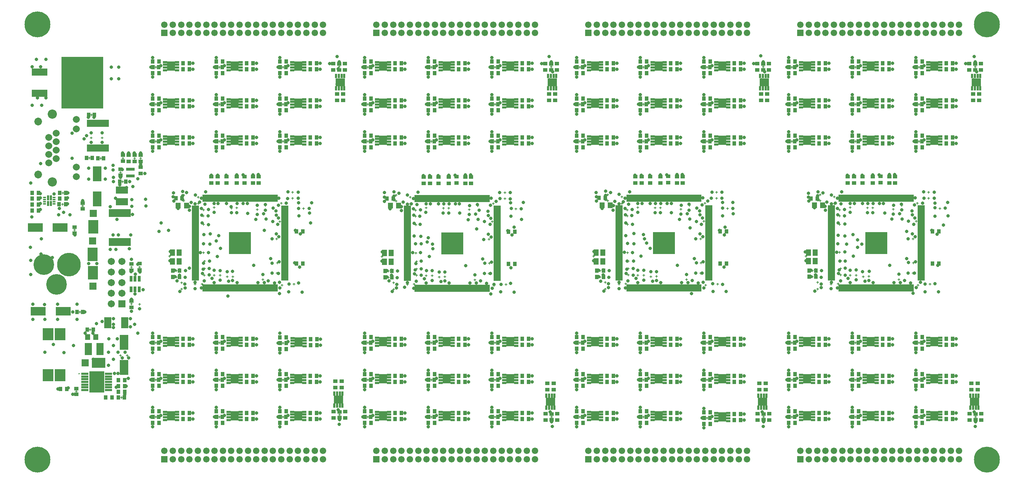
<source format=gts>
G04*
G04 #@! TF.GenerationSoftware,Altium Limited,Altium Designer,18.1.7 (191)*
G04*
G04 Layer_Color=8388736*
%FSLAX25Y25*%
%MOIN*%
G70*
G01*
G75*
%ADD10C,0.00787*%
%ADD16C,0.00500*%
%ADD53R,0.03556X0.03950*%
%ADD54R,0.04300X0.03800*%
%ADD55R,0.01981X0.06607*%
%ADD56R,0.06607X0.01981*%
%ADD57R,0.21076X0.21076*%
%ADD58R,0.04737X0.05721*%
%ADD59R,0.05131X0.05918*%
%ADD60R,0.03800X0.04300*%
%ADD61R,0.14186X0.20485*%
%ADD62R,0.07099X0.01981*%
%ADD63R,0.06706X0.06784*%
%ADD64R,0.13005X0.09461*%
%ADD65R,0.04343X0.03800*%
%ADD66R,0.07887X0.14186*%
%ADD67R,0.02572X0.06607*%
%ADD68R,0.03800X0.04343*%
%ADD69R,0.02572X0.07395*%
%ADD70R,0.11800X0.07099*%
%ADD71R,0.01981X0.02670*%
%ADD72R,0.10446X0.11824*%
%ADD73R,0.06800X0.02600*%
%ADD74R,0.03162X0.05721*%
%ADD75R,0.09461X0.13005*%
%ADD76R,0.06784X0.06706*%
%ADD77R,0.03162X0.01587*%
%ADD78R,0.02375X0.04934*%
%ADD79R,0.14580X0.07099*%
%ADD80R,0.39186X0.48831*%
%ADD81R,0.07493X0.08871*%
%ADD82R,0.04147X0.02178*%
%ADD83R,0.08871X0.07493*%
%ADD84R,0.02178X0.04147*%
%ADD85R,0.14186X0.07887*%
%ADD86R,0.07099X0.11800*%
%ADD87C,0.07296*%
%ADD88C,0.08674*%
%ADD89C,0.06556*%
%ADD90C,0.02532*%
%ADD91C,0.22296*%
%ADD92C,0.19461*%
%ADD93C,0.24422*%
%ADD94C,0.06115*%
%ADD95R,0.06115X0.06115*%
%ADD96R,0.06706X0.06706*%
%ADD97C,0.06706*%
%ADD98C,0.03200*%
G36*
X73009Y80938D02*
X63324D01*
Y90033D01*
X73009D01*
Y80938D01*
D02*
G37*
D10*
X52025Y93202D02*
G03*
X52025Y93202I-394J0D01*
G01*
D16*
X102926Y296599D02*
X104926D01*
X103926Y295599D02*
Y297599D01*
X742376Y184619D02*
X744376D01*
X743376Y183619D02*
Y185619D01*
X542076Y184604D02*
X544076D01*
X543076Y183604D02*
Y185604D01*
X343386Y183259D02*
Y185259D01*
X342386Y184259D02*
X344386D01*
X46306Y228669D02*
X48306D01*
X47306Y227669D02*
Y229669D01*
X62356Y337549D02*
X64356D01*
X63356Y336549D02*
Y338549D01*
X124009Y381418D02*
Y383418D01*
X123009Y382418D02*
X125009D01*
X826546Y252185D02*
X828546D01*
X827546Y251185D02*
Y253185D01*
X862583Y249129D02*
X864583D01*
X863583Y248129D02*
Y250129D01*
X795312Y248687D02*
Y250687D01*
X794312Y249687D02*
X796312D01*
X784746Y185273D02*
Y187273D01*
X783746Y186273D02*
X785746D01*
X837246Y220429D02*
X839246D01*
X838246Y219429D02*
Y221429D01*
X824946Y181273D02*
Y183273D01*
X823946Y182273D02*
X825946D01*
X837696Y197720D02*
X839696D01*
X838696Y196720D02*
Y198720D01*
X819746Y247329D02*
Y249329D01*
X818746Y248329D02*
X820746D01*
X800346Y248829D02*
Y250829D01*
X799346Y249829D02*
X801346D01*
X778946Y249129D02*
Y251129D01*
X777946Y250129D02*
X779946D01*
X768146Y234129D02*
X770146D01*
X769146Y233129D02*
Y235129D01*
X768146Y207629D02*
X770146D01*
X769146Y206629D02*
Y208629D01*
X779046Y185229D02*
Y187229D01*
X778046Y186229D02*
X780046D01*
X791346Y183929D02*
Y185929D01*
X790346Y184929D02*
X792346D01*
X747390Y173229D02*
X749390D01*
X748390Y172229D02*
Y174229D01*
X834946Y175273D02*
Y177273D01*
X833946Y176273D02*
X835946D01*
X768846Y186329D02*
X770846D01*
X769846Y185329D02*
Y187329D01*
X768946Y192429D02*
X770946D01*
X769946Y191429D02*
Y193429D01*
X767946Y247829D02*
X769946D01*
X768946Y246829D02*
Y248829D01*
X767846Y242129D02*
X769846D01*
X768846Y241129D02*
Y243129D01*
X747346Y179329D02*
X749346D01*
X748346Y178329D02*
Y180329D01*
X841346Y254229D02*
X843346D01*
X842346Y253229D02*
Y255229D01*
X837446Y188229D02*
X839446D01*
X838446Y187229D02*
Y189229D01*
X842946Y175773D02*
Y177773D01*
X841946Y176773D02*
X843946D01*
X795746Y185029D02*
X797746D01*
X796746Y184029D02*
Y186029D01*
X767746Y177029D02*
Y179029D01*
X766746Y178029D02*
X768746D01*
X769046Y199629D02*
X771046D01*
X770046Y198629D02*
Y200629D01*
X841246Y236029D02*
Y238029D01*
X840246Y237029D02*
X842246D01*
X761146Y176929D02*
Y178929D01*
X760146Y177929D02*
X762146D01*
X763946Y252829D02*
Y254829D01*
X762946Y253829D02*
X764946D01*
X853146Y257729D02*
Y259729D01*
X852146Y258729D02*
X854146D01*
X772528Y255797D02*
Y257797D01*
X771528Y256797D02*
X773528D01*
X854446Y176829D02*
Y178829D01*
X853446Y177829D02*
X855446D01*
X763046Y260029D02*
X765046D01*
X764046Y259029D02*
Y261029D01*
X749546Y262029D02*
X751546D01*
X750546Y261029D02*
Y263029D01*
X852146Y264529D02*
X854146D01*
X853146Y263529D02*
Y265529D01*
X749546Y256529D02*
X751546D01*
X750546Y255529D02*
Y257529D01*
X543076Y189534D02*
Y191534D01*
X542076Y190534D02*
X544076D01*
X536946Y203070D02*
Y205070D01*
X535946Y204070D02*
X537946D01*
X109516Y295569D02*
Y297569D01*
X108516Y296569D02*
X110516D01*
X91877Y296599D02*
X93877D01*
X92877Y295599D02*
Y297599D01*
X89496Y283279D02*
X91496D01*
X90496Y282279D02*
Y284279D01*
X92752Y273319D02*
Y275319D01*
X91752Y274319D02*
X93752D01*
X35898Y251973D02*
Y253973D01*
X34898Y252973D02*
X36898D01*
X124009Y311418D02*
Y313418D01*
X123009Y312418D02*
X125009D01*
X724009Y121418D02*
Y123418D01*
X723009Y122418D02*
X725009D01*
X723009D02*
X725009D01*
X724009Y121418D02*
Y123418D01*
X342386Y190189D02*
X344386D01*
X343386Y189189D02*
Y191189D01*
X347356Y178969D02*
X349356D01*
X348356Y177969D02*
Y179969D01*
X368856Y185969D02*
X370856D01*
X369856Y184969D02*
Y186969D01*
X368956Y192069D02*
X370956D01*
X369956Y191069D02*
Y193069D01*
X368156Y233769D02*
X370156D01*
X369156Y232769D02*
Y234769D01*
X367856Y241769D02*
X369856D01*
X368856Y240769D02*
Y242769D01*
X391356Y183569D02*
Y185569D01*
X390356Y184569D02*
X392356D01*
X453456Y177469D02*
X455456D01*
X454456Y176469D02*
Y178469D01*
X452156Y258369D02*
X454156D01*
X453156Y257369D02*
Y259369D01*
X452156Y264169D02*
X454156D01*
X453156Y263169D02*
Y265169D01*
X347400Y172869D02*
X349400D01*
X348400Y171869D02*
Y173869D01*
X362956Y253469D02*
X364956D01*
X363956Y252469D02*
Y254469D01*
X367756Y176669D02*
Y178669D01*
X366756Y177669D02*
X368756D01*
X368156Y207269D02*
X370156D01*
X369156Y206269D02*
Y208269D01*
X369056Y199269D02*
X371056D01*
X370056Y198269D02*
Y200269D01*
X363056Y259669D02*
X365056D01*
X364056Y258669D02*
Y260669D01*
X384756Y184913D02*
Y186913D01*
X383756Y185913D02*
X385756D01*
X400356Y248469D02*
Y250469D01*
X399356Y249469D02*
X401356D01*
X437456Y187869D02*
X439456D01*
X438456Y186869D02*
Y188869D01*
X437256Y220069D02*
X439256D01*
X438256Y219069D02*
Y221069D01*
X441356Y253869D02*
X443356D01*
X442356Y252869D02*
Y254869D01*
X367956Y247469D02*
X369956D01*
X368956Y246469D02*
Y248469D01*
X336256Y203725D02*
X338256D01*
X337256Y202725D02*
Y204725D01*
X349556Y256169D02*
X351556D01*
X350556Y255169D02*
Y257169D01*
X372538Y255437D02*
Y257437D01*
X371538Y256437D02*
X373538D01*
X396756Y183669D02*
Y185669D01*
X395756Y184669D02*
X397756D01*
X424956Y180913D02*
Y182913D01*
X423956Y181913D02*
X425956D01*
X434956Y174913D02*
Y176913D01*
X433956Y175913D02*
X435956D01*
X442956Y175413D02*
Y177413D01*
X441956Y176413D02*
X443956D01*
X441256Y235669D02*
Y237669D01*
X440256Y236669D02*
X442256D01*
X419756Y246969D02*
Y248969D01*
X418756Y247969D02*
X420756D01*
X427556Y250825D02*
Y252825D01*
X426556Y251825D02*
X428556D01*
X462593Y248769D02*
X464593D01*
X463593Y247769D02*
Y249769D01*
X349556Y261669D02*
X351556D01*
X350556Y260669D02*
Y262669D01*
X379056Y184869D02*
Y186869D01*
X378056Y185869D02*
X380056D01*
X361156Y176569D02*
Y178569D01*
X360156Y177569D02*
X362156D01*
X378956Y248769D02*
Y250769D01*
X377956Y249769D02*
X379956D01*
X395322Y248327D02*
Y250327D01*
X394322Y249327D02*
X396322D01*
X437706Y197360D02*
X439706D01*
X438706Y196360D02*
Y198360D01*
X495985Y382676D02*
X497985D01*
X496985Y381676D02*
Y383676D01*
X324009Y311418D02*
Y313418D01*
X323009Y312418D02*
X325009D01*
X724009Y311418D02*
Y313418D01*
X723009Y312418D02*
X725009D01*
X324009Y346418D02*
Y348418D01*
X323009Y347418D02*
X325009D01*
X524009Y346418D02*
Y348418D01*
X523009Y347418D02*
X525009D01*
X724009Y346418D02*
Y348418D01*
X723009Y347418D02*
X725009D01*
X324009Y381418D02*
Y383418D01*
X323009Y382418D02*
X325009D01*
X524009Y381418D02*
Y383418D01*
X523009Y382418D02*
X525009D01*
X724009Y381418D02*
Y383418D01*
X723009Y382418D02*
X725009D01*
X384009Y311418D02*
Y313418D01*
X383009Y312418D02*
X385009D01*
X584009Y311418D02*
Y313418D01*
X583009Y312418D02*
X585009D01*
X784009Y311418D02*
Y313418D01*
X783009Y312418D02*
X785009D01*
X384009Y346418D02*
Y348418D01*
X383009Y347418D02*
X385009D01*
X584009Y346418D02*
Y348418D01*
X583009Y347418D02*
X585009D01*
X784009Y346418D02*
Y348418D01*
X783009Y347418D02*
X785009D01*
X384009Y381418D02*
Y383418D01*
X383009Y382418D02*
X385009D01*
X584009Y381418D02*
Y383418D01*
X583009Y382418D02*
X585009D01*
X784009Y381418D02*
Y383418D01*
X783009Y382418D02*
X785009D01*
X444009Y311418D02*
Y313418D01*
X443009Y312418D02*
X445009D01*
X644009Y311418D02*
Y313418D01*
X643009Y312418D02*
X645009D01*
X844009Y311418D02*
Y313418D01*
X843009Y312418D02*
X845009D01*
X444009Y346418D02*
Y348418D01*
X443009Y347418D02*
X445009D01*
X644009Y346418D02*
Y348418D01*
X643009Y347418D02*
X645009D01*
X844009Y346418D02*
Y348418D01*
X843009Y347418D02*
X845009D01*
X444009Y381418D02*
Y383418D01*
X443009Y382418D02*
X445009D01*
X644009Y381418D02*
Y383418D01*
X643009Y382418D02*
X645009D01*
X844009Y381418D02*
Y383418D01*
X843009Y382418D02*
X845009D01*
X324009Y121418D02*
Y123418D01*
X323009Y122418D02*
X325009D01*
X524009Y121418D02*
Y123418D01*
X523009Y122418D02*
X525009D01*
X324009Y86418D02*
Y88418D01*
X323009Y87418D02*
X325009D01*
X524009Y86418D02*
Y88418D01*
X523009Y87418D02*
X525009D01*
X724009Y86418D02*
Y88418D01*
X723009Y87418D02*
X725009D01*
X323009Y52418D02*
X325009D01*
X324009Y51418D02*
Y53418D01*
X523009Y52418D02*
X525009D01*
X524009Y51418D02*
Y53418D01*
X723009Y52418D02*
X725009D01*
X724009Y51418D02*
Y53418D01*
X384009Y121418D02*
Y123418D01*
X383009Y122418D02*
X385009D01*
X584009Y121418D02*
Y123418D01*
X583009Y122418D02*
X585009D01*
X784009Y121418D02*
Y123418D01*
X783009Y122418D02*
X785009D01*
X384009Y86418D02*
Y88418D01*
X383009Y87418D02*
X385009D01*
X584009Y86418D02*
Y88418D01*
X583009Y87418D02*
X585009D01*
X784009Y86418D02*
Y88418D01*
X783009Y87418D02*
X785009D01*
X384009Y51418D02*
Y53418D01*
X383009Y52418D02*
X385009D01*
X584009Y51418D02*
Y53418D01*
X583009Y52418D02*
X585009D01*
X784009Y51418D02*
Y53418D01*
X783009Y52418D02*
X785009D01*
X444009Y121418D02*
Y123418D01*
X443009Y122418D02*
X445009D01*
X644009Y121418D02*
Y123418D01*
X643009Y122418D02*
X645009D01*
X844009Y121418D02*
Y123418D01*
X843009Y122418D02*
X845009D01*
X444009Y86418D02*
Y88418D01*
X443009Y87418D02*
X445009D01*
X644009Y86418D02*
Y88418D01*
X643009Y87418D02*
X645009D01*
X844009Y86418D02*
Y88418D01*
X843009Y87418D02*
X845009D01*
X444009Y51418D02*
Y53418D01*
X443009Y52418D02*
X445009D01*
X644009Y50418D02*
Y52418D01*
X643009Y51418D02*
X645009D01*
X844009D02*
Y53418D01*
X843009Y52418D02*
X845009D01*
X524009Y311418D02*
Y313418D01*
X523009Y312418D02*
X525009D01*
X143276Y183519D02*
Y185519D01*
X142276Y184519D02*
X144276D01*
X143276Y189449D02*
Y191449D01*
X142276Y190449D02*
X144276D01*
X137146Y202985D02*
Y204985D01*
X136146Y203985D02*
X138146D01*
X123009Y87418D02*
X125009D01*
X124009Y86418D02*
Y88418D01*
X123009Y122418D02*
X125009D01*
X124009Y121418D02*
Y123418D01*
X123009Y52418D02*
X125009D01*
X124009Y51418D02*
Y53418D01*
X183009Y122418D02*
X185009D01*
X184009Y121418D02*
Y123418D01*
X183009Y87418D02*
X185009D01*
X184009Y86418D02*
Y88418D01*
X183009Y52418D02*
X185009D01*
X184009Y51418D02*
Y53418D01*
X243126Y122059D02*
X245126D01*
X244126Y121059D02*
Y123059D01*
X243009Y87418D02*
X245009D01*
X244009Y86418D02*
Y88418D01*
X243009Y52418D02*
X245009D01*
X244009Y51418D02*
Y53418D01*
X123009Y122418D02*
X125009D01*
X124009Y121418D02*
Y123418D01*
X297267Y53442D02*
Y55442D01*
X296267Y54442D02*
X298267D01*
X243009Y52418D02*
X245009D01*
X244009Y51418D02*
Y53418D01*
X243009Y87418D02*
X245009D01*
X244009Y86418D02*
Y88418D01*
X243126Y122059D02*
X245126D01*
X244126Y121059D02*
Y123059D01*
X183009Y52418D02*
X185009D01*
X184009Y51418D02*
Y53418D01*
X183009Y87418D02*
X185009D01*
X184009Y86418D02*
Y88418D01*
X183009Y122418D02*
X185009D01*
X184009Y121418D02*
Y123418D01*
X123009Y52418D02*
X125009D01*
X124009Y51418D02*
Y53418D01*
X123009Y87418D02*
X125009D01*
X124009Y86418D02*
Y88418D01*
X184009Y381418D02*
Y383418D01*
X183009Y382418D02*
X185009D01*
X123009Y312418D02*
X125009D01*
X124009Y311418D02*
Y313418D01*
X243009Y312418D02*
X245009D01*
X244009Y311418D02*
Y313418D01*
X123009Y382418D02*
X125009D01*
X124009Y381418D02*
Y383418D01*
X243009Y382418D02*
X245009D01*
X244009Y381418D02*
Y383418D01*
X123009Y347418D02*
X125009D01*
X124009Y346418D02*
Y348418D01*
X243009Y347418D02*
X245009D01*
X244009Y346418D02*
Y348418D01*
X183009Y312418D02*
X185009D01*
X184009Y311418D02*
Y313418D01*
X183009Y382418D02*
X185009D01*
X184009Y381418D02*
Y383418D01*
X183009Y347418D02*
X185009D01*
X184009Y346418D02*
Y348418D01*
X243009Y312418D02*
X245009D01*
X244009Y311418D02*
Y313418D01*
X243009Y382418D02*
X245009D01*
X244009Y381418D02*
Y383418D01*
X123009Y347418D02*
X125009D01*
X124009Y346418D02*
Y348418D01*
X243009Y347418D02*
X245009D01*
X244009Y346418D02*
Y348418D01*
X183009Y312418D02*
X185009D01*
X184009Y311418D02*
Y313418D01*
X296985Y381676D02*
Y383676D01*
X295985Y382676D02*
X297985D01*
X183009Y347418D02*
X185009D01*
X184009Y346418D02*
Y348418D01*
X723009Y312418D02*
X725009D01*
X724009Y311418D02*
Y313418D01*
X523009Y312418D02*
X525009D01*
X524009Y311418D02*
Y313418D01*
X323009Y312418D02*
X325009D01*
X324009Y311418D02*
Y313418D01*
X897267Y51442D02*
Y53442D01*
X896267Y52442D02*
X898267D01*
X697267Y51442D02*
Y53442D01*
X696267Y52442D02*
X698267D01*
X497267Y51442D02*
Y53442D01*
X496267Y52442D02*
X498267D01*
X843009Y52418D02*
X845009D01*
X844009Y51418D02*
Y53418D01*
X643009Y51418D02*
X645009D01*
X644009Y50418D02*
Y52418D01*
X443009D02*
X445009D01*
X444009Y51418D02*
Y53418D01*
X843009Y87418D02*
X845009D01*
X844009Y86418D02*
Y88418D01*
X643009Y87418D02*
X645009D01*
X644009Y86418D02*
Y88418D01*
X443009Y87418D02*
X445009D01*
X444009Y86418D02*
Y88418D01*
X843009Y122418D02*
X845009D01*
X844009Y121418D02*
Y123418D01*
X643009Y122418D02*
X645009D01*
X644009Y121418D02*
Y123418D01*
X443009Y122418D02*
X445009D01*
X444009Y121418D02*
Y123418D01*
X783009Y52418D02*
X785009D01*
X784009Y51418D02*
Y53418D01*
X583009Y52418D02*
X585009D01*
X584009Y51418D02*
Y53418D01*
X383009Y52418D02*
X385009D01*
X384009Y51418D02*
Y53418D01*
X783009Y87418D02*
X785009D01*
X784009Y86418D02*
Y88418D01*
X583009Y87418D02*
X585009D01*
X584009Y86418D02*
Y88418D01*
X383009Y87418D02*
X385009D01*
X384009Y86418D02*
Y88418D01*
X783009Y122418D02*
X785009D01*
X784009Y121418D02*
Y123418D01*
X583009Y122418D02*
X585009D01*
X584009Y121418D02*
Y123418D01*
X383009Y122418D02*
X385009D01*
X384009Y121418D02*
Y123418D01*
X723009Y52418D02*
X725009D01*
X724009Y51418D02*
Y53418D01*
X523009Y52418D02*
X525009D01*
X524009Y51418D02*
Y53418D01*
X323009Y52418D02*
X325009D01*
X324009Y51418D02*
Y53418D01*
X723009Y87418D02*
X725009D01*
X724009Y86418D02*
Y88418D01*
X523009Y87418D02*
X525009D01*
X524009Y86418D02*
Y88418D01*
X323009Y87418D02*
X325009D01*
X324009Y86418D02*
Y88418D01*
X523009Y122418D02*
X525009D01*
X524009Y121418D02*
Y123418D01*
X323009Y122418D02*
X325009D01*
X324009Y121418D02*
Y123418D01*
X896985Y381676D02*
Y383676D01*
X895985Y382676D02*
X897985D01*
X696985Y381676D02*
Y383676D01*
X695985Y382676D02*
X697985D01*
X843009Y382418D02*
X845009D01*
X844009Y381418D02*
Y383418D01*
X643009Y382418D02*
X645009D01*
X644009Y381418D02*
Y383418D01*
X443009Y382418D02*
X445009D01*
X444009Y381418D02*
Y383418D01*
X843009Y347418D02*
X845009D01*
X844009Y346418D02*
Y348418D01*
X643009Y347418D02*
X645009D01*
X644009Y346418D02*
Y348418D01*
X443009Y347418D02*
X445009D01*
X444009Y346418D02*
Y348418D01*
X843009Y312418D02*
X845009D01*
X844009Y311418D02*
Y313418D01*
X643009Y312418D02*
X645009D01*
X644009Y311418D02*
Y313418D01*
X443009Y312418D02*
X445009D01*
X444009Y311418D02*
Y313418D01*
X783009Y382418D02*
X785009D01*
X784009Y381418D02*
Y383418D01*
X583009Y382418D02*
X585009D01*
X584009Y381418D02*
Y383418D01*
X383009Y382418D02*
X385009D01*
X384009Y381418D02*
Y383418D01*
X783009Y347418D02*
X785009D01*
X784009Y346418D02*
Y348418D01*
X583009Y347418D02*
X585009D01*
X584009Y346418D02*
Y348418D01*
X383009Y347418D02*
X385009D01*
X384009Y346418D02*
Y348418D01*
X783009Y312418D02*
X785009D01*
X784009Y311418D02*
Y313418D01*
X583009Y312418D02*
X585009D01*
X584009Y311418D02*
Y313418D01*
X383009Y312418D02*
X385009D01*
X384009Y311418D02*
Y313418D01*
X723009Y382418D02*
X725009D01*
X724009Y381418D02*
Y383418D01*
X523009Y382418D02*
X525009D01*
X524009Y381418D02*
Y383418D01*
X323009Y382418D02*
X325009D01*
X324009Y381418D02*
Y383418D01*
X723009Y347418D02*
X725009D01*
X724009Y346418D02*
Y348418D01*
X523009Y347418D02*
X525009D01*
X524009Y346418D02*
Y348418D01*
X323009Y347418D02*
X325009D01*
X324009Y346418D02*
Y348418D01*
X100836Y158093D02*
Y160093D01*
X99836Y159093D02*
X101836D01*
X100846Y192625D02*
Y194625D01*
X99846Y193625D02*
X101846D01*
X108806Y157849D02*
Y159849D01*
X107806Y158849D02*
X109806D01*
X108706Y192839D02*
Y194839D01*
X107706Y193839D02*
X109706D01*
X262483Y249029D02*
X264483D01*
X263483Y248029D02*
Y250029D01*
X195212Y248587D02*
Y250587D01*
X194212Y249587D02*
X196212D01*
X184646Y185173D02*
Y187173D01*
X183646Y186173D02*
X185646D01*
X237146Y220329D02*
X239146D01*
X238146Y219329D02*
Y221329D01*
X224846Y181173D02*
Y183173D01*
X223846Y182173D02*
X225846D01*
X237596Y197620D02*
X239596D01*
X238596Y196620D02*
Y198620D01*
X219646Y247229D02*
Y249229D01*
X218646Y248229D02*
X220646D01*
X200246Y248729D02*
Y250729D01*
X199246Y249729D02*
X201246D01*
X178846Y249029D02*
Y251029D01*
X177846Y250029D02*
X179846D01*
X168046Y234029D02*
X170046D01*
X169046Y233029D02*
Y235029D01*
X168046Y207529D02*
X170046D01*
X169046Y206529D02*
Y208529D01*
X178946Y185129D02*
Y187129D01*
X177946Y186129D02*
X179946D01*
X191246Y183829D02*
Y185829D01*
X190246Y184829D02*
X192246D01*
X147290Y173129D02*
X149290D01*
X148290Y172129D02*
Y174129D01*
X234846Y175173D02*
Y177173D01*
X233846Y176173D02*
X235846D01*
X168746Y186229D02*
X170746D01*
X169746Y185229D02*
Y187229D01*
X168846Y192329D02*
X170846D01*
X169846Y191329D02*
Y193329D01*
X167846Y247729D02*
X169846D01*
X168846Y246729D02*
Y248729D01*
X167746Y242029D02*
X169746D01*
X168746Y241029D02*
Y243029D01*
X147246Y179229D02*
X149246D01*
X148246Y178229D02*
Y180229D01*
X241246Y254129D02*
X243246D01*
X242246Y253129D02*
Y255129D01*
X237346Y188129D02*
X239346D01*
X238346Y187129D02*
Y189129D01*
X242846Y175673D02*
Y177673D01*
X241846Y176673D02*
X243846D01*
X196646Y183929D02*
Y185929D01*
X195646Y184929D02*
X197646D01*
X167646Y176929D02*
Y178929D01*
X166646Y177929D02*
X168646D01*
X168946Y199529D02*
X170946D01*
X169946Y198529D02*
Y200529D01*
X241146Y235929D02*
Y237929D01*
X240146Y236929D02*
X242146D01*
X161046Y176829D02*
Y178829D01*
X160046Y177829D02*
X162046D01*
X162846Y253729D02*
X164846D01*
X163846Y252729D02*
Y254729D01*
X252046Y258629D02*
X254046D01*
X253046Y257629D02*
Y259629D01*
X172428Y255697D02*
Y257697D01*
X171428Y256697D02*
X173428D01*
X253346Y177729D02*
X255346D01*
X254346Y176729D02*
Y178729D01*
X162946Y259929D02*
X164946D01*
X163946Y258929D02*
Y260929D01*
X149446Y261929D02*
X151446D01*
X150446Y260929D02*
Y262929D01*
X252046Y264429D02*
X254046D01*
X253046Y263429D02*
Y265429D01*
X227446Y251085D02*
Y253085D01*
X226446Y252085D02*
X228446D01*
X149446Y256429D02*
X151446D01*
X150446Y255429D02*
Y257429D01*
X663283Y248114D02*
Y250114D01*
X662283Y249114D02*
X664283D01*
X594012Y249672D02*
X596012D01*
X595012Y248672D02*
Y250672D01*
X583446Y186258D02*
X585446D01*
X584446Y185258D02*
Y187258D01*
X637946Y219414D02*
Y221414D01*
X636946Y220414D02*
X638946D01*
X623646Y182258D02*
X625646D01*
X624646Y181258D02*
Y183258D01*
X638396Y196705D02*
Y198705D01*
X637396Y197705D02*
X639396D01*
X618446Y248314D02*
X620446D01*
X619446Y247314D02*
Y249314D01*
X599046Y249814D02*
X601046D01*
X600046Y248814D02*
Y250814D01*
X577646Y250114D02*
X579646D01*
X578646Y249114D02*
Y251114D01*
X568846Y233114D02*
Y235114D01*
X567846Y234114D02*
X569846D01*
X568846Y206614D02*
Y208614D01*
X567846Y207614D02*
X569846D01*
X577746Y186214D02*
X579746D01*
X578746Y185214D02*
Y187214D01*
X590046Y184914D02*
X592046D01*
X591046Y183914D02*
Y185914D01*
X548090Y172214D02*
Y174214D01*
X547090Y173214D02*
X549090D01*
X633646Y176258D02*
X635646D01*
X634646Y175258D02*
Y177258D01*
X569546Y185314D02*
Y187314D01*
X568546Y186314D02*
X570546D01*
X569646Y191414D02*
Y193414D01*
X568646Y192414D02*
X570646D01*
X568646Y246814D02*
Y248814D01*
X567646Y247814D02*
X569646D01*
X568546Y241114D02*
Y243114D01*
X567546Y242114D02*
X569546D01*
X548046Y178314D02*
Y180314D01*
X547046Y179314D02*
X549046D01*
X642046Y253214D02*
Y255214D01*
X641046Y254214D02*
X643046D01*
X638146Y187214D02*
Y189214D01*
X637146Y188214D02*
X639146D01*
X641646Y176758D02*
X643646D01*
X642646Y175758D02*
Y177758D01*
X595446Y185014D02*
X597446D01*
X596446Y184014D02*
Y186014D01*
X566446Y178014D02*
X568446D01*
X567446Y177014D02*
Y179014D01*
X569746Y198614D02*
Y200614D01*
X568746Y199614D02*
X570746D01*
X639946Y237014D02*
X641946D01*
X640946Y236014D02*
Y238014D01*
X559846Y177914D02*
X561846D01*
X560846Y176914D02*
Y178914D01*
X563646Y252814D02*
Y254814D01*
X562646Y253814D02*
X564646D01*
X652846Y257714D02*
Y259714D01*
X651846Y258714D02*
X653846D01*
X571228Y256782D02*
X573228D01*
X572228Y255782D02*
Y257782D01*
X654146Y176814D02*
Y178814D01*
X653146Y177814D02*
X655146D01*
X563746Y259014D02*
Y261014D01*
X562746Y260014D02*
X564746D01*
X550246Y261014D02*
Y263014D01*
X549246Y262014D02*
X551246D01*
X652846Y263514D02*
Y265514D01*
X651846Y264514D02*
X653846D01*
X626246Y252170D02*
X628246D01*
X627246Y251170D02*
Y253170D01*
X550246Y255514D02*
Y257514D01*
X549246Y256514D02*
X551246D01*
X742376Y190549D02*
X744376D01*
X743376Y189549D02*
Y191549D01*
X36160Y262889D02*
Y264889D01*
X35160Y263889D02*
X37160D01*
X63126Y314709D02*
Y316709D01*
X62126Y315709D02*
X64126D01*
X73366Y314709D02*
Y316709D01*
X72366Y315709D02*
X74366D01*
X55116Y250499D02*
Y252499D01*
X54116Y251499D02*
X56116D01*
X51350Y151549D02*
X53350D01*
X52350Y150549D02*
Y152549D01*
X47976Y76499D02*
X49976D01*
X48976Y75499D02*
Y77499D01*
X62132Y133699D02*
Y135699D01*
X61132Y134699D02*
X63132D01*
X91576Y69699D02*
Y71699D01*
X90576Y70699D02*
X92576D01*
X95976Y110399D02*
X97976D01*
X96976Y109399D02*
Y111399D01*
X89698Y110399D02*
X91698D01*
X90698Y109399D02*
Y111399D01*
X736246Y204085D02*
X738246D01*
X737246Y203085D02*
Y205085D01*
X61246Y295669D02*
Y297669D01*
X60246Y296669D02*
X62246D01*
X71952Y295489D02*
Y297489D01*
X70952Y296489D02*
X72952D01*
D53*
X740226Y184619D02*
D03*
X746526D02*
D03*
X539926Y184604D02*
D03*
X546226D02*
D03*
X346536Y184259D02*
D03*
X340236D02*
D03*
X32749Y252973D02*
D03*
X39048D02*
D03*
X340236Y190189D02*
D03*
X346536D02*
D03*
X746526Y190549D02*
D03*
X740226D02*
D03*
X546226Y190534D02*
D03*
X539926D02*
D03*
X146426Y184519D02*
D03*
X140126D02*
D03*
X146426Y190449D02*
D03*
X140126D02*
D03*
D54*
X821246Y273129D02*
D03*
Y279129D02*
D03*
X815846Y273129D02*
D03*
Y279129D02*
D03*
X800346Y273129D02*
D03*
Y279129D02*
D03*
X790646Y273129D02*
D03*
Y279129D02*
D03*
X782546Y273129D02*
D03*
Y279129D02*
D03*
X776546Y273129D02*
D03*
Y279129D02*
D03*
X620946Y273114D02*
D03*
Y279114D02*
D03*
X615546Y273114D02*
D03*
Y279114D02*
D03*
X600046Y273114D02*
D03*
Y279114D02*
D03*
X590346Y273114D02*
D03*
Y279114D02*
D03*
X582246Y273114D02*
D03*
Y279114D02*
D03*
X576246Y273114D02*
D03*
Y279114D02*
D03*
X421256Y272769D02*
D03*
Y278769D02*
D03*
X415856Y272769D02*
D03*
Y278769D02*
D03*
X400356Y272769D02*
D03*
Y278769D02*
D03*
X390656Y272769D02*
D03*
Y278769D02*
D03*
X382556Y272769D02*
D03*
Y278769D02*
D03*
X376556Y272769D02*
D03*
Y278769D02*
D03*
X176446Y279029D02*
D03*
X182446D02*
D03*
X190546D02*
D03*
X200246D02*
D03*
X215746D02*
D03*
X221146D02*
D03*
X103926Y299599D02*
D03*
Y293599D02*
D03*
X109516Y299569D02*
D03*
Y293569D02*
D03*
X109506Y288139D02*
D03*
Y282139D02*
D03*
X98414Y299599D02*
D03*
Y293599D02*
D03*
X407756Y278969D02*
D03*
Y272969D02*
D03*
X491485Y385676D02*
D03*
Y379676D02*
D03*
X502485Y385676D02*
D03*
Y379676D02*
D03*
X500785Y356976D02*
D03*
Y350976D02*
D03*
X495085Y356976D02*
D03*
Y350976D02*
D03*
X299167Y86142D02*
D03*
Y80142D02*
D03*
X302767Y57442D02*
D03*
Y51442D02*
D03*
X293467Y86142D02*
D03*
Y80142D02*
D03*
X291767Y57442D02*
D03*
Y51442D02*
D03*
X295085Y350976D02*
D03*
Y356976D02*
D03*
X300785Y350976D02*
D03*
Y356976D02*
D03*
X291485Y379676D02*
D03*
Y385676D02*
D03*
X302485Y379676D02*
D03*
Y385676D02*
D03*
X899167Y84142D02*
D03*
Y78142D02*
D03*
X902767Y55442D02*
D03*
Y49442D02*
D03*
X893467Y84142D02*
D03*
Y78142D02*
D03*
X891767Y55442D02*
D03*
Y49442D02*
D03*
X699167Y84142D02*
D03*
Y78142D02*
D03*
X702767Y55442D02*
D03*
Y49442D02*
D03*
X693467Y84142D02*
D03*
Y78142D02*
D03*
X691767Y55442D02*
D03*
Y49442D02*
D03*
X499167Y84142D02*
D03*
Y78142D02*
D03*
X502767Y55442D02*
D03*
Y49442D02*
D03*
X493467Y84142D02*
D03*
Y78142D02*
D03*
X491767Y55442D02*
D03*
Y49442D02*
D03*
X895085Y350976D02*
D03*
Y356976D02*
D03*
X891485Y379676D02*
D03*
Y385676D02*
D03*
X900785Y350976D02*
D03*
Y356976D02*
D03*
X902485Y379676D02*
D03*
Y385676D02*
D03*
X695085Y350976D02*
D03*
Y356976D02*
D03*
X691485Y379676D02*
D03*
Y385676D02*
D03*
X700785Y350976D02*
D03*
Y356976D02*
D03*
X702485Y379676D02*
D03*
Y385676D02*
D03*
X108786Y191009D02*
D03*
Y197009D02*
D03*
X207646Y273229D02*
D03*
Y279229D02*
D03*
X607446Y273314D02*
D03*
Y279314D02*
D03*
X807746Y273329D02*
D03*
Y279329D02*
D03*
X221146Y273029D02*
D03*
X215746D02*
D03*
X200246D02*
D03*
X190546D02*
D03*
X182446D02*
D03*
X176446D02*
D03*
X100846Y190869D02*
D03*
Y196869D02*
D03*
X100836Y161849D02*
D03*
Y155849D02*
D03*
D55*
X778966Y174278D02*
D03*
X800620D02*
D03*
X820305D02*
D03*
X830148D02*
D03*
X773061Y258829D02*
D03*
X782903D02*
D03*
X790777D02*
D03*
X806526D02*
D03*
X824242D02*
D03*
X775029D02*
D03*
X776998D02*
D03*
X780935D02*
D03*
X784872D02*
D03*
X786840D02*
D03*
X788809D02*
D03*
X792746D02*
D03*
X794714D02*
D03*
X796683D02*
D03*
X798652D02*
D03*
X802588D02*
D03*
X804557D02*
D03*
X808494D02*
D03*
X810462D02*
D03*
X812431D02*
D03*
X814400D02*
D03*
X816368D02*
D03*
X832116D02*
D03*
X834085D02*
D03*
X836053D02*
D03*
X834085Y174278D02*
D03*
X832116D02*
D03*
X826210D02*
D03*
X824242D02*
D03*
X822274D02*
D03*
X818336D02*
D03*
X816368D02*
D03*
X814400D02*
D03*
X812431D02*
D03*
X810462D02*
D03*
X808494D02*
D03*
X806526D02*
D03*
X804557D02*
D03*
X802588D02*
D03*
X798652D02*
D03*
X790777D02*
D03*
X782903D02*
D03*
X780935D02*
D03*
X776998D02*
D03*
X773061D02*
D03*
X771092D02*
D03*
X818336Y258829D02*
D03*
X820305D02*
D03*
X828179D02*
D03*
X830148D02*
D03*
X794714Y174278D02*
D03*
X788809D02*
D03*
X786840D02*
D03*
X784872D02*
D03*
X769124Y258829D02*
D03*
X826210D02*
D03*
X838022D02*
D03*
Y174278D02*
D03*
X796683D02*
D03*
X769124D02*
D03*
X778966Y258829D02*
D03*
X800620D02*
D03*
X822274D02*
D03*
X828179Y174278D02*
D03*
X792746D02*
D03*
X775029D02*
D03*
X771092Y258829D02*
D03*
X836053Y174278D02*
D03*
X578666Y174263D02*
D03*
X600320D02*
D03*
X572761Y258814D02*
D03*
X582604D02*
D03*
X590478D02*
D03*
X620005Y174263D02*
D03*
X629847D02*
D03*
X606225Y258814D02*
D03*
X623942D02*
D03*
X570792Y174263D02*
D03*
X572761D02*
D03*
X576698D02*
D03*
X580635D02*
D03*
X582604D02*
D03*
X590478D02*
D03*
X598351D02*
D03*
X602288D02*
D03*
X604257D02*
D03*
X606225D02*
D03*
X608194D02*
D03*
X610162D02*
D03*
X612131D02*
D03*
X614100D02*
D03*
X616068D02*
D03*
X618037D02*
D03*
X621974D02*
D03*
X623942D02*
D03*
X625911D02*
D03*
X631816D02*
D03*
X633785D02*
D03*
X635753Y258814D02*
D03*
X633785D02*
D03*
X631816D02*
D03*
X616068D02*
D03*
X614100D02*
D03*
X612131D02*
D03*
X610162D02*
D03*
X608194D02*
D03*
X604257D02*
D03*
X602288D02*
D03*
X598351D02*
D03*
X596383D02*
D03*
X594415D02*
D03*
X592446D02*
D03*
X588509D02*
D03*
X586541D02*
D03*
X584572D02*
D03*
X580635D02*
D03*
X576698D02*
D03*
X574729D02*
D03*
X618037D02*
D03*
X620005D02*
D03*
X627879D02*
D03*
X629847D02*
D03*
X594415Y174263D02*
D03*
X588509D02*
D03*
X586541D02*
D03*
X584572D02*
D03*
X578666Y258814D02*
D03*
X600320D02*
D03*
X621974D02*
D03*
X627879Y174263D02*
D03*
X592446D02*
D03*
X574729D02*
D03*
X568824Y258814D02*
D03*
X625911D02*
D03*
X637722D02*
D03*
Y174263D02*
D03*
X596383D02*
D03*
X568824D02*
D03*
X570792Y258814D02*
D03*
X635753Y174263D02*
D03*
X384882Y173918D02*
D03*
X386851D02*
D03*
X388819D02*
D03*
X394724D02*
D03*
X430158Y258469D02*
D03*
X428189D02*
D03*
X420315D02*
D03*
X418347D02*
D03*
X375039D02*
D03*
X377008D02*
D03*
X380945D02*
D03*
X384882D02*
D03*
X386851D02*
D03*
X388819D02*
D03*
X392756D02*
D03*
X394724D02*
D03*
X396693D02*
D03*
X398661D02*
D03*
X402598D02*
D03*
X404567D02*
D03*
X408504D02*
D03*
X410472D02*
D03*
X412441D02*
D03*
X414409D02*
D03*
X416378D02*
D03*
X432126D02*
D03*
X434095D02*
D03*
X436063D02*
D03*
X434095Y173918D02*
D03*
X432126D02*
D03*
X426221D02*
D03*
X424252D02*
D03*
X422284D02*
D03*
X418347D02*
D03*
X416378D02*
D03*
X414409D02*
D03*
X412441D02*
D03*
X410472D02*
D03*
X408504D02*
D03*
X406535D02*
D03*
X404567D02*
D03*
X402598D02*
D03*
X398661D02*
D03*
X390788D02*
D03*
X382913D02*
D03*
X380945D02*
D03*
X377008D02*
D03*
X373071D02*
D03*
X371102D02*
D03*
X424252Y258469D02*
D03*
X382913D02*
D03*
X373071D02*
D03*
X406535D02*
D03*
X390788D02*
D03*
X430158Y173918D02*
D03*
X420315D02*
D03*
X400630D02*
D03*
X378976D02*
D03*
X369134Y258469D02*
D03*
X426221D02*
D03*
X438032D02*
D03*
Y173918D02*
D03*
X396693D02*
D03*
X369134D02*
D03*
X378976Y258469D02*
D03*
X400630D02*
D03*
X422284D02*
D03*
X428189Y173918D02*
D03*
X392756D02*
D03*
X375039D02*
D03*
X371102Y258469D02*
D03*
X436063Y173918D02*
D03*
X235953Y174178D02*
D03*
X170992Y258729D02*
D03*
X174929Y174178D02*
D03*
X192646D02*
D03*
X228079D02*
D03*
X222174Y258729D02*
D03*
X200520D02*
D03*
X178867D02*
D03*
X169024Y174178D02*
D03*
X196583D02*
D03*
X237922D02*
D03*
Y258729D02*
D03*
X226111D02*
D03*
X169024D02*
D03*
X174929D02*
D03*
X176898D02*
D03*
X180835D02*
D03*
X184772D02*
D03*
X186741D02*
D03*
X188709D02*
D03*
X192646D02*
D03*
X194615D02*
D03*
X196583D02*
D03*
X198551D02*
D03*
X202488D02*
D03*
X204457D02*
D03*
X208394D02*
D03*
X210363D02*
D03*
X212331D02*
D03*
X214300D02*
D03*
X216268D02*
D03*
X232016D02*
D03*
X233985D02*
D03*
X235953D02*
D03*
X233985Y174178D02*
D03*
X232016D02*
D03*
X226111D02*
D03*
X224142D02*
D03*
X222174D02*
D03*
X218236D02*
D03*
X216268D02*
D03*
X214300D02*
D03*
X212331D02*
D03*
X210363D02*
D03*
X208394D02*
D03*
X206425D02*
D03*
X204457D02*
D03*
X202488D02*
D03*
X198551D02*
D03*
X182803D02*
D03*
X180835D02*
D03*
X176898D02*
D03*
X172961D02*
D03*
X170992D02*
D03*
X224142Y258729D02*
D03*
X182803D02*
D03*
X172961D02*
D03*
X206425D02*
D03*
X190677D02*
D03*
X230048Y174178D02*
D03*
X178867D02*
D03*
X220205D02*
D03*
X200520D02*
D03*
X190677D02*
D03*
X218236Y258729D02*
D03*
X220205D02*
D03*
X228079D02*
D03*
X230048D02*
D03*
X194615Y174178D02*
D03*
X188709D02*
D03*
X186741D02*
D03*
X184772D02*
D03*
D56*
X845848Y201790D02*
D03*
Y225412D02*
D03*
X761297Y245097D02*
D03*
Y247065D02*
D03*
X845848Y243128D02*
D03*
Y247065D02*
D03*
Y245097D02*
D03*
Y239191D02*
D03*
Y237223D02*
D03*
Y235254D02*
D03*
Y233286D02*
D03*
Y231317D02*
D03*
Y229349D02*
D03*
Y227380D02*
D03*
Y221475D02*
D03*
Y219506D02*
D03*
Y217538D02*
D03*
Y215569D02*
D03*
Y213601D02*
D03*
Y211632D02*
D03*
Y209664D02*
D03*
Y207695D02*
D03*
Y205727D02*
D03*
Y203758D02*
D03*
Y197853D02*
D03*
Y195884D02*
D03*
Y193916D02*
D03*
Y191947D02*
D03*
Y189979D02*
D03*
Y188010D02*
D03*
Y186042D02*
D03*
Y184073D02*
D03*
X761297Y188010D02*
D03*
Y189979D02*
D03*
Y193916D02*
D03*
Y195884D02*
D03*
Y197853D02*
D03*
Y199821D02*
D03*
Y201790D02*
D03*
Y203758D02*
D03*
Y205727D02*
D03*
Y209664D02*
D03*
Y211632D02*
D03*
Y213601D02*
D03*
Y215569D02*
D03*
Y217538D02*
D03*
Y219506D02*
D03*
Y221475D02*
D03*
Y223443D02*
D03*
Y225412D02*
D03*
Y227380D02*
D03*
Y229349D02*
D03*
Y231317D02*
D03*
Y233286D02*
D03*
Y237223D02*
D03*
Y239191D02*
D03*
Y241160D02*
D03*
X845848Y251002D02*
D03*
Y182105D02*
D03*
X761297D02*
D03*
Y251002D02*
D03*
X845848Y241160D02*
D03*
Y223443D02*
D03*
Y199821D02*
D03*
X761297Y191947D02*
D03*
Y207695D02*
D03*
Y235254D02*
D03*
X845848Y249034D02*
D03*
X761297Y184073D02*
D03*
Y186042D02*
D03*
Y243128D02*
D03*
Y249034D02*
D03*
X560997Y245082D02*
D03*
Y247050D02*
D03*
X645548Y201775D02*
D03*
Y225397D02*
D03*
Y243113D02*
D03*
X560997Y241145D02*
D03*
Y239176D02*
D03*
Y237208D02*
D03*
Y233271D02*
D03*
Y231302D02*
D03*
Y229334D02*
D03*
Y227365D02*
D03*
Y225397D02*
D03*
Y223428D02*
D03*
Y221460D02*
D03*
Y219491D02*
D03*
Y217523D02*
D03*
Y215554D02*
D03*
Y213586D02*
D03*
Y211617D02*
D03*
Y209649D02*
D03*
Y205712D02*
D03*
Y203743D02*
D03*
Y201775D02*
D03*
Y199806D02*
D03*
Y197838D02*
D03*
Y195869D02*
D03*
Y193901D02*
D03*
Y189964D02*
D03*
Y187995D02*
D03*
X645548Y184058D02*
D03*
Y186027D02*
D03*
Y187995D02*
D03*
Y189964D02*
D03*
Y191932D02*
D03*
Y193901D02*
D03*
Y195869D02*
D03*
Y197838D02*
D03*
Y203743D02*
D03*
Y205712D02*
D03*
Y207680D02*
D03*
Y209649D02*
D03*
Y211617D02*
D03*
Y213586D02*
D03*
Y215554D02*
D03*
Y217523D02*
D03*
Y219491D02*
D03*
Y221460D02*
D03*
Y227365D02*
D03*
Y229334D02*
D03*
Y231302D02*
D03*
Y233271D02*
D03*
Y235239D02*
D03*
Y237208D02*
D03*
Y239176D02*
D03*
Y245082D02*
D03*
Y247050D02*
D03*
Y241145D02*
D03*
Y223428D02*
D03*
Y199806D02*
D03*
X560997Y191932D02*
D03*
Y207680D02*
D03*
Y235239D02*
D03*
X645548Y250987D02*
D03*
Y182090D02*
D03*
X560997D02*
D03*
Y250987D02*
D03*
X645548Y249019D02*
D03*
X560997Y184058D02*
D03*
Y186027D02*
D03*
Y243113D02*
D03*
Y249019D02*
D03*
X445858Y246705D02*
D03*
Y244737D02*
D03*
Y238831D02*
D03*
Y236863D02*
D03*
Y234894D02*
D03*
Y232926D02*
D03*
Y230957D02*
D03*
Y228989D02*
D03*
Y227020D02*
D03*
Y221115D02*
D03*
Y219146D02*
D03*
Y217178D02*
D03*
Y215209D02*
D03*
Y213241D02*
D03*
Y211272D02*
D03*
Y209304D02*
D03*
Y207335D02*
D03*
Y205367D02*
D03*
Y203398D02*
D03*
Y197493D02*
D03*
Y195524D02*
D03*
Y193556D02*
D03*
Y191587D02*
D03*
Y189619D02*
D03*
Y187650D02*
D03*
Y185682D02*
D03*
Y183713D02*
D03*
X361307Y187650D02*
D03*
Y189619D02*
D03*
Y193556D02*
D03*
Y195524D02*
D03*
Y197493D02*
D03*
Y199461D02*
D03*
Y201430D02*
D03*
Y203398D02*
D03*
Y205367D02*
D03*
Y209304D02*
D03*
Y211272D02*
D03*
Y213241D02*
D03*
Y215209D02*
D03*
Y217178D02*
D03*
Y219146D02*
D03*
Y221115D02*
D03*
Y223083D02*
D03*
Y225052D02*
D03*
Y227020D02*
D03*
Y228989D02*
D03*
Y230957D02*
D03*
Y232926D02*
D03*
Y236863D02*
D03*
Y238831D02*
D03*
Y240800D02*
D03*
X445858Y242768D02*
D03*
X361307Y246705D02*
D03*
Y244737D02*
D03*
X445858Y201430D02*
D03*
Y225052D02*
D03*
Y250642D02*
D03*
Y181745D02*
D03*
X361307D02*
D03*
Y250642D02*
D03*
X445858Y240800D02*
D03*
Y223083D02*
D03*
Y199461D02*
D03*
X361307Y191587D02*
D03*
Y207335D02*
D03*
Y234894D02*
D03*
X445858Y248674D02*
D03*
X361307Y183713D02*
D03*
Y185682D02*
D03*
Y242768D02*
D03*
Y248674D02*
D03*
X161197Y248934D02*
D03*
Y243028D02*
D03*
Y185942D02*
D03*
Y183973D02*
D03*
X245748Y248934D02*
D03*
X161197Y235154D02*
D03*
Y207595D02*
D03*
Y191847D02*
D03*
X245748Y199721D02*
D03*
Y223343D02*
D03*
Y241060D02*
D03*
X161197Y250902D02*
D03*
Y182005D02*
D03*
X245748D02*
D03*
Y250902D02*
D03*
Y246965D02*
D03*
Y244997D02*
D03*
Y239091D02*
D03*
Y237123D02*
D03*
Y235154D02*
D03*
Y233186D02*
D03*
Y231217D02*
D03*
Y227280D02*
D03*
Y221375D02*
D03*
Y219406D02*
D03*
Y217438D02*
D03*
Y215469D02*
D03*
Y213501D02*
D03*
Y211532D02*
D03*
Y209564D02*
D03*
Y207595D02*
D03*
Y205627D02*
D03*
Y203658D02*
D03*
Y197753D02*
D03*
Y193816D02*
D03*
Y191847D02*
D03*
Y189879D02*
D03*
Y187910D02*
D03*
Y185942D02*
D03*
Y183973D02*
D03*
X161197Y187910D02*
D03*
Y189879D02*
D03*
Y193816D02*
D03*
Y195784D02*
D03*
Y197753D02*
D03*
Y199721D02*
D03*
Y201690D02*
D03*
Y203658D02*
D03*
Y205627D02*
D03*
Y209564D02*
D03*
Y211532D02*
D03*
Y213501D02*
D03*
Y215469D02*
D03*
Y217438D02*
D03*
Y219406D02*
D03*
Y221375D02*
D03*
Y223343D02*
D03*
Y225312D02*
D03*
Y227280D02*
D03*
Y229249D02*
D03*
Y231217D02*
D03*
Y233186D02*
D03*
Y237123D02*
D03*
Y239091D02*
D03*
Y241060D02*
D03*
Y244997D02*
D03*
Y246965D02*
D03*
X245748Y225312D02*
D03*
Y243028D02*
D03*
Y201690D02*
D03*
Y229249D02*
D03*
Y195784D02*
D03*
D57*
X803573Y216553D02*
D03*
X603273Y216538D02*
D03*
X403583Y216194D02*
D03*
X203473Y216454D02*
D03*
D58*
X753120Y252029D02*
D03*
X745246D02*
D03*
X544946Y252014D02*
D03*
X552820D02*
D03*
X345256Y251669D02*
D03*
X353130D02*
D03*
X67413Y127699D02*
D03*
X59539D02*
D03*
X153020Y251929D02*
D03*
X145146D02*
D03*
D59*
X346104Y198935D02*
D03*
X339608D02*
D03*
Y207203D02*
D03*
X346104D02*
D03*
X139498Y207463D02*
D03*
X145994D02*
D03*
X139498Y199195D02*
D03*
X145994D02*
D03*
X746094Y199295D02*
D03*
X739598D02*
D03*
X746094Y207563D02*
D03*
X739598D02*
D03*
X545794Y199280D02*
D03*
X539298D02*
D03*
X545794Y207548D02*
D03*
X539298D02*
D03*
D60*
X342126Y258559D02*
D03*
X348126D02*
D03*
X7180Y258336D02*
D03*
X13180D02*
D03*
X121009Y376918D02*
D03*
X127009D02*
D03*
X262646Y227429D02*
D03*
X262546Y197129D02*
D03*
X462756Y227169D02*
D03*
X462656Y196869D02*
D03*
X862746Y227529D02*
D03*
X862646Y197229D02*
D03*
X662446Y227514D02*
D03*
X662346Y197214D02*
D03*
X148822Y258882D02*
D03*
X547964Y259004D02*
D03*
X748126Y258559D02*
D03*
X875709Y85518D02*
D03*
X869709D02*
D03*
X149709Y310518D02*
D03*
X155709D02*
D03*
X721009Y127918D02*
D03*
X727009D02*
D03*
X721009Y116918D02*
D03*
X727009D02*
D03*
X456756Y227169D02*
D03*
X456656Y196869D02*
D03*
X127009Y127918D02*
D03*
X121009D02*
D03*
X155709Y126218D02*
D03*
X149709D02*
D03*
X127009Y116918D02*
D03*
X121009D02*
D03*
X155709Y120518D02*
D03*
X149709D02*
D03*
X275709Y50518D02*
D03*
X269709D02*
D03*
X247009Y46918D02*
D03*
X241009D02*
D03*
X275709Y56218D02*
D03*
X269709D02*
D03*
X247009Y57918D02*
D03*
X241009D02*
D03*
X275709Y85518D02*
D03*
X269709D02*
D03*
X247009Y81918D02*
D03*
X241009D02*
D03*
X275709Y91218D02*
D03*
X269709D02*
D03*
X247009Y92918D02*
D03*
X241009D02*
D03*
X275826Y120159D02*
D03*
X269826D02*
D03*
X247126Y116559D02*
D03*
X241126D02*
D03*
X275826Y125859D02*
D03*
X269826D02*
D03*
X247126Y127559D02*
D03*
X241126D02*
D03*
X215709Y50518D02*
D03*
X209709D02*
D03*
X187009Y46918D02*
D03*
X181009D02*
D03*
X215709Y56218D02*
D03*
X209709D02*
D03*
X187009Y57918D02*
D03*
X181009D02*
D03*
X215709Y85518D02*
D03*
X209709D02*
D03*
X187009Y81918D02*
D03*
X181009D02*
D03*
X215709Y91218D02*
D03*
X209709D02*
D03*
X187009Y92918D02*
D03*
X181009D02*
D03*
X215709Y120518D02*
D03*
X209709D02*
D03*
X187009Y116918D02*
D03*
X181009D02*
D03*
X215709Y126218D02*
D03*
X209709D02*
D03*
X187009Y127918D02*
D03*
X181009D02*
D03*
X155709Y50518D02*
D03*
X149709D02*
D03*
X127009Y46918D02*
D03*
X121009D02*
D03*
X155709Y56218D02*
D03*
X149709D02*
D03*
X127009Y57918D02*
D03*
X121009D02*
D03*
X155709Y85518D02*
D03*
X149709D02*
D03*
X127009Y81918D02*
D03*
X121009D02*
D03*
X155709Y91218D02*
D03*
X149709D02*
D03*
X127009Y92918D02*
D03*
X121009D02*
D03*
X209709Y380518D02*
D03*
X215709D02*
D03*
X181009Y376918D02*
D03*
X187009D02*
D03*
X209709Y386218D02*
D03*
X215709D02*
D03*
X181009Y387918D02*
D03*
X187009D02*
D03*
X127009Y306918D02*
D03*
X121009D02*
D03*
X127009Y352918D02*
D03*
X121009D02*
D03*
X215709Y345518D02*
D03*
X209709D02*
D03*
X247009Y306918D02*
D03*
X241009D02*
D03*
X247009Y352918D02*
D03*
X241009D02*
D03*
X247009Y376918D02*
D03*
X241009D02*
D03*
X127009Y317918D02*
D03*
X121009D02*
D03*
X127009Y341918D02*
D03*
X121009D02*
D03*
X127009Y387918D02*
D03*
X121009D02*
D03*
X215709Y310518D02*
D03*
X209709D02*
D03*
X215709Y316218D02*
D03*
X209709D02*
D03*
X215709Y351218D02*
D03*
X209709D02*
D03*
X247009Y317918D02*
D03*
X241009D02*
D03*
X247009Y341918D02*
D03*
X241009D02*
D03*
X247009Y387918D02*
D03*
X241009D02*
D03*
X155709Y345518D02*
D03*
X149709D02*
D03*
X155709Y386218D02*
D03*
X149709D02*
D03*
X187009Y306918D02*
D03*
X181009D02*
D03*
X187009Y352918D02*
D03*
X181009D02*
D03*
X275709Y345518D02*
D03*
X269709D02*
D03*
X275709Y386218D02*
D03*
X269709D02*
D03*
X155709Y316218D02*
D03*
X149709D02*
D03*
X155709Y351218D02*
D03*
X149709D02*
D03*
X155709Y380518D02*
D03*
X149709D02*
D03*
X187009Y317918D02*
D03*
X181009D02*
D03*
X187009Y341918D02*
D03*
X181009D02*
D03*
X275709Y310518D02*
D03*
X269709D02*
D03*
X275709Y316218D02*
D03*
X269709D02*
D03*
X275709Y351218D02*
D03*
X269709D02*
D03*
X275709Y380518D02*
D03*
X269709D02*
D03*
X755709Y310518D02*
D03*
X749709D02*
D03*
X727009Y306918D02*
D03*
X721009D02*
D03*
X755709Y316218D02*
D03*
X749709D02*
D03*
X727009Y317918D02*
D03*
X721009D02*
D03*
X555709Y310518D02*
D03*
X549709D02*
D03*
X527009Y306918D02*
D03*
X521009D02*
D03*
X555709Y316218D02*
D03*
X549709D02*
D03*
X527009Y317918D02*
D03*
X521009D02*
D03*
X355709Y310518D02*
D03*
X349709D02*
D03*
X327009Y306918D02*
D03*
X321009D02*
D03*
X355709Y316218D02*
D03*
X349709D02*
D03*
X327009Y317918D02*
D03*
X321009D02*
D03*
X875709Y50518D02*
D03*
X869709D02*
D03*
X847009Y46918D02*
D03*
X841009D02*
D03*
X875709Y56218D02*
D03*
X869709D02*
D03*
X847009Y57918D02*
D03*
X841009D02*
D03*
X675709Y49518D02*
D03*
X669709D02*
D03*
X647009Y45918D02*
D03*
X641009D02*
D03*
X675709Y55218D02*
D03*
X669709D02*
D03*
X647009Y56918D02*
D03*
X641009D02*
D03*
X475709Y50518D02*
D03*
X469709D02*
D03*
X447009Y46918D02*
D03*
X441009D02*
D03*
X475709Y56218D02*
D03*
X469709D02*
D03*
X447009Y57918D02*
D03*
X441009D02*
D03*
X847009Y81918D02*
D03*
X841009D02*
D03*
X875709Y91218D02*
D03*
X869709D02*
D03*
X847009Y92918D02*
D03*
X841009D02*
D03*
X675709Y85518D02*
D03*
X669709D02*
D03*
X647009Y81918D02*
D03*
X641009D02*
D03*
X675709Y91218D02*
D03*
X669709D02*
D03*
X647009Y92918D02*
D03*
X641009D02*
D03*
X475709Y85518D02*
D03*
X469709D02*
D03*
X447009Y81918D02*
D03*
X441009D02*
D03*
X475709Y91218D02*
D03*
X469709D02*
D03*
X447009Y92918D02*
D03*
X441009D02*
D03*
X875709Y120518D02*
D03*
X869709D02*
D03*
X847009Y116918D02*
D03*
X841009D02*
D03*
X875709Y126218D02*
D03*
X869709D02*
D03*
X847009Y127918D02*
D03*
X841009D02*
D03*
X675709Y120518D02*
D03*
X669709D02*
D03*
X647009Y116918D02*
D03*
X641009D02*
D03*
X675709Y126218D02*
D03*
X669709D02*
D03*
X647009Y127918D02*
D03*
X641009D02*
D03*
X475709Y120518D02*
D03*
X469709D02*
D03*
X447009Y116918D02*
D03*
X441009D02*
D03*
X475709Y126218D02*
D03*
X469709D02*
D03*
X447009Y127918D02*
D03*
X441009D02*
D03*
X815709Y50518D02*
D03*
X809709D02*
D03*
X787009Y46918D02*
D03*
X781009D02*
D03*
X815709Y56218D02*
D03*
X809709D02*
D03*
X787009Y57918D02*
D03*
X781009D02*
D03*
X615709Y50518D02*
D03*
X609709D02*
D03*
X587009Y46918D02*
D03*
X581009D02*
D03*
X615709Y56218D02*
D03*
X609709D02*
D03*
X587009Y57918D02*
D03*
X581009D02*
D03*
X415709Y50518D02*
D03*
X409709D02*
D03*
X387009Y46918D02*
D03*
X381009D02*
D03*
X415709Y56218D02*
D03*
X409709D02*
D03*
X387009Y57918D02*
D03*
X381009D02*
D03*
X815709Y85518D02*
D03*
X809709D02*
D03*
X787009Y81918D02*
D03*
X781009D02*
D03*
X815709Y91218D02*
D03*
X809709D02*
D03*
X787009Y92918D02*
D03*
X781009D02*
D03*
X615709Y85518D02*
D03*
X609709D02*
D03*
X587009Y81918D02*
D03*
X581009D02*
D03*
X615709Y91218D02*
D03*
X609709D02*
D03*
X587009Y92918D02*
D03*
X581009D02*
D03*
X415709Y85518D02*
D03*
X409709D02*
D03*
X387009Y81918D02*
D03*
X381009D02*
D03*
X415709Y91218D02*
D03*
X409709D02*
D03*
X387009Y92918D02*
D03*
X381009D02*
D03*
X815709Y120518D02*
D03*
X809709D02*
D03*
X787009Y116918D02*
D03*
X781009D02*
D03*
X815709Y126218D02*
D03*
X809709D02*
D03*
X787009Y127918D02*
D03*
X781009D02*
D03*
X615709Y120518D02*
D03*
X609709D02*
D03*
X587009Y116918D02*
D03*
X581009D02*
D03*
X615709Y126218D02*
D03*
X609709D02*
D03*
X587009Y127918D02*
D03*
X581009D02*
D03*
X415709Y120518D02*
D03*
X409709D02*
D03*
X387009Y116918D02*
D03*
X381009D02*
D03*
X415709Y126218D02*
D03*
X409709D02*
D03*
X387009Y127918D02*
D03*
X381009D02*
D03*
X755709Y50518D02*
D03*
X749709D02*
D03*
X727009Y46918D02*
D03*
X721009D02*
D03*
X755709Y56218D02*
D03*
X749709D02*
D03*
X727009Y57918D02*
D03*
X721009D02*
D03*
X555709Y50518D02*
D03*
X549709D02*
D03*
X527009Y46918D02*
D03*
X521009D02*
D03*
X555709Y56218D02*
D03*
X549709D02*
D03*
X527009Y57918D02*
D03*
X521009D02*
D03*
X355709Y50518D02*
D03*
X349709D02*
D03*
X327009Y46918D02*
D03*
X321009D02*
D03*
X355709Y56218D02*
D03*
X349709D02*
D03*
X327009Y57918D02*
D03*
X321009D02*
D03*
X755709Y85518D02*
D03*
X749709D02*
D03*
X727009Y81918D02*
D03*
X721009D02*
D03*
X755709Y91218D02*
D03*
X749709D02*
D03*
X727009Y92918D02*
D03*
X721009D02*
D03*
X555709Y85518D02*
D03*
X549709D02*
D03*
X527009Y81918D02*
D03*
X521009D02*
D03*
X555709Y91218D02*
D03*
X549709D02*
D03*
X527009Y92918D02*
D03*
X521009D02*
D03*
X355709Y85518D02*
D03*
X349709D02*
D03*
X327009Y81918D02*
D03*
X321009D02*
D03*
X355709Y91218D02*
D03*
X349709D02*
D03*
X327009Y92918D02*
D03*
X321009D02*
D03*
X755709Y120518D02*
D03*
X749709D02*
D03*
X755709Y126218D02*
D03*
X749709D02*
D03*
X555709Y120518D02*
D03*
X549709D02*
D03*
X527009Y116918D02*
D03*
X521009D02*
D03*
X555709Y126218D02*
D03*
X549709D02*
D03*
X527009Y127918D02*
D03*
X521009D02*
D03*
X355709Y120518D02*
D03*
X349709D02*
D03*
X327009Y116918D02*
D03*
X321009D02*
D03*
X355709Y126218D02*
D03*
X349709D02*
D03*
X327009Y127918D02*
D03*
X321009D02*
D03*
X875709Y380518D02*
D03*
X869709D02*
D03*
X847009Y376918D02*
D03*
X841009D02*
D03*
X875709Y386218D02*
D03*
X869709D02*
D03*
X847009Y387918D02*
D03*
X841009D02*
D03*
X675709Y380518D02*
D03*
X669709D02*
D03*
X647009Y376918D02*
D03*
X641009D02*
D03*
X675709Y386218D02*
D03*
X669709D02*
D03*
X647009Y387918D02*
D03*
X641009D02*
D03*
X475709Y380518D02*
D03*
X469709D02*
D03*
X447009Y376918D02*
D03*
X441009D02*
D03*
X475709Y386218D02*
D03*
X469709D02*
D03*
X447009Y387918D02*
D03*
X441009D02*
D03*
X875709Y345518D02*
D03*
X869709D02*
D03*
X847009Y341918D02*
D03*
X841009D02*
D03*
X875709Y351218D02*
D03*
X869709D02*
D03*
X847009Y352918D02*
D03*
X841009D02*
D03*
X675709Y345518D02*
D03*
X669709D02*
D03*
X647009Y341918D02*
D03*
X641009D02*
D03*
X675709Y351218D02*
D03*
X669709D02*
D03*
X647009Y352918D02*
D03*
X641009D02*
D03*
X475709Y345518D02*
D03*
X469709D02*
D03*
X447009Y341918D02*
D03*
X441009D02*
D03*
X475709Y351218D02*
D03*
X469709D02*
D03*
X447009Y352918D02*
D03*
X441009D02*
D03*
X875709Y310518D02*
D03*
X869709D02*
D03*
X847009Y306918D02*
D03*
X841009D02*
D03*
X875709Y316218D02*
D03*
X869709D02*
D03*
X847009Y317918D02*
D03*
X841009D02*
D03*
X675709Y310518D02*
D03*
X669709D02*
D03*
X647009Y306918D02*
D03*
X641009D02*
D03*
X675709Y316218D02*
D03*
X669709D02*
D03*
X647009Y317918D02*
D03*
X641009D02*
D03*
X475709Y310518D02*
D03*
X469709D02*
D03*
X447009Y306918D02*
D03*
X441009D02*
D03*
X475709Y316218D02*
D03*
X469709D02*
D03*
X447009Y317918D02*
D03*
X441009D02*
D03*
X815709Y380518D02*
D03*
X809709D02*
D03*
X787009Y376918D02*
D03*
X781009D02*
D03*
X815709Y386218D02*
D03*
X809709D02*
D03*
X787009Y387918D02*
D03*
X781009D02*
D03*
X615709Y380518D02*
D03*
X609709D02*
D03*
X587009Y376918D02*
D03*
X581009D02*
D03*
X615709Y386218D02*
D03*
X609709D02*
D03*
X587009Y387918D02*
D03*
X581009D02*
D03*
X415709Y380518D02*
D03*
X409709D02*
D03*
X387009Y376918D02*
D03*
X381009D02*
D03*
X415709Y386218D02*
D03*
X409709D02*
D03*
X387009Y387918D02*
D03*
X381009D02*
D03*
X815709Y345518D02*
D03*
X809709D02*
D03*
X787009Y341918D02*
D03*
X781009D02*
D03*
X815709Y351218D02*
D03*
X809709D02*
D03*
X787009Y352918D02*
D03*
X781009D02*
D03*
X615709Y345518D02*
D03*
X609709D02*
D03*
X587009Y341918D02*
D03*
X581009D02*
D03*
X615709Y351218D02*
D03*
X609709D02*
D03*
X587009Y352918D02*
D03*
X581009D02*
D03*
X415709Y345518D02*
D03*
X409709D02*
D03*
X387009Y341918D02*
D03*
X381009D02*
D03*
X415709Y351218D02*
D03*
X409709D02*
D03*
X387009Y352918D02*
D03*
X381009D02*
D03*
X815709Y310518D02*
D03*
X809709D02*
D03*
X787009Y306918D02*
D03*
X781009D02*
D03*
X815709Y316218D02*
D03*
X809709D02*
D03*
X787009Y317918D02*
D03*
X781009D02*
D03*
X615709Y310518D02*
D03*
X609709D02*
D03*
X587009Y306918D02*
D03*
X581009D02*
D03*
X615709Y316218D02*
D03*
X609709D02*
D03*
X587009Y317918D02*
D03*
X581009D02*
D03*
X415709Y310518D02*
D03*
X409709D02*
D03*
X387009Y306918D02*
D03*
X381009D02*
D03*
X415709Y316218D02*
D03*
X409709D02*
D03*
X387009Y317918D02*
D03*
X381009D02*
D03*
X755709Y380518D02*
D03*
X749709D02*
D03*
X727009Y376918D02*
D03*
X721009D02*
D03*
X755709Y386218D02*
D03*
X749709D02*
D03*
X727009Y387918D02*
D03*
X721009D02*
D03*
X555709Y380518D02*
D03*
X549709D02*
D03*
X527009Y376918D02*
D03*
X521009D02*
D03*
X555709Y386218D02*
D03*
X549709D02*
D03*
X527009Y387918D02*
D03*
X521009D02*
D03*
X355709Y380518D02*
D03*
X349709D02*
D03*
X327009Y376918D02*
D03*
X321009D02*
D03*
X355709Y386218D02*
D03*
X349709D02*
D03*
X327009Y387918D02*
D03*
X321009D02*
D03*
X755709Y345518D02*
D03*
X749709D02*
D03*
X727009Y341918D02*
D03*
X721009D02*
D03*
X755709Y351218D02*
D03*
X749709D02*
D03*
X727009Y352918D02*
D03*
X721009D02*
D03*
X555709Y345518D02*
D03*
X549709D02*
D03*
X527009Y341918D02*
D03*
X521009D02*
D03*
X555709Y351218D02*
D03*
X549709D02*
D03*
X527009Y352918D02*
D03*
X521009D02*
D03*
X355709Y345518D02*
D03*
X349709D02*
D03*
X327009Y341918D02*
D03*
X321009D02*
D03*
X355709Y351218D02*
D03*
X349709D02*
D03*
X327009Y352918D02*
D03*
X321009D02*
D03*
X742126Y258559D02*
D03*
X142823Y258882D02*
D03*
X541964Y259004D02*
D03*
X856646Y197229D02*
D03*
X856746Y227529D02*
D03*
X656346Y197214D02*
D03*
X656446Y227514D02*
D03*
X256546Y197129D02*
D03*
X256646Y227429D02*
D03*
X39160Y258336D02*
D03*
X33160D02*
D03*
X13180Y252783D02*
D03*
X7180D02*
D03*
X13180Y247229D02*
D03*
X7180D02*
D03*
Y263889D02*
D03*
X13180D02*
D03*
X94576Y76132D02*
D03*
X88576D02*
D03*
Y81566D02*
D03*
X94576D02*
D03*
X39876Y78899D02*
D03*
X33876D02*
D03*
X88546Y87129D02*
D03*
X94546D02*
D03*
X76776Y70799D02*
D03*
X82776D02*
D03*
D61*
X68166Y85485D02*
D03*
D62*
X79190Y93163D02*
D03*
Y90603D02*
D03*
Y88044D02*
D03*
Y85485D02*
D03*
Y82926D02*
D03*
Y80367D02*
D03*
Y77808D02*
D03*
X57143D02*
D03*
Y80367D02*
D03*
Y82926D02*
D03*
Y85485D02*
D03*
Y88044D02*
D03*
Y90603D02*
D03*
Y93163D02*
D03*
D63*
X57179Y103599D02*
D03*
D64*
X69856D02*
D03*
D65*
X47306Y225913D02*
D03*
Y231425D02*
D03*
X92877Y299355D02*
D03*
Y293843D02*
D03*
X90496Y286035D02*
D03*
Y280523D02*
D03*
X496985Y379921D02*
D03*
Y385432D02*
D03*
X297267Y51686D02*
D03*
Y57198D02*
D03*
X296985Y385432D02*
D03*
Y379921D02*
D03*
X897267Y49686D02*
D03*
Y55198D02*
D03*
X697267Y49686D02*
D03*
Y55198D02*
D03*
X497267Y49686D02*
D03*
Y55198D02*
D03*
X896985Y385432D02*
D03*
Y379921D02*
D03*
X696985Y385432D02*
D03*
Y379921D02*
D03*
X55116Y248743D02*
D03*
Y254255D02*
D03*
X48976Y73743D02*
D03*
Y79255D02*
D03*
D66*
X68746Y258278D02*
D03*
Y281900D02*
D03*
X94076Y122710D02*
D03*
Y99088D02*
D03*
D67*
X60459Y329406D02*
D03*
X63018D02*
D03*
X60459Y306272D02*
D03*
X63018D02*
D03*
X65577D02*
D03*
X68137D02*
D03*
X70696D02*
D03*
X73255D02*
D03*
X75814D02*
D03*
X78373D02*
D03*
Y329406D02*
D03*
X75814D02*
D03*
X73255D02*
D03*
X70696D02*
D03*
X68137D02*
D03*
X65577D02*
D03*
D68*
X66112Y337549D02*
D03*
X60600D02*
D03*
X126765Y382418D02*
D03*
X121253D02*
D03*
X89996Y274319D02*
D03*
X95508D02*
D03*
X126765Y312418D02*
D03*
X121253D02*
D03*
X726765Y122418D02*
D03*
X721253D02*
D03*
X121253D02*
D03*
X126765D02*
D03*
X241253Y52418D02*
D03*
X246765D02*
D03*
X241253Y87418D02*
D03*
X246765D02*
D03*
X241370Y122059D02*
D03*
X246882D02*
D03*
X181253Y52418D02*
D03*
X186765D02*
D03*
X181253Y87418D02*
D03*
X186765D02*
D03*
X181253Y122418D02*
D03*
X186765D02*
D03*
X121253Y52418D02*
D03*
X126765D02*
D03*
X121253Y87418D02*
D03*
X126765D02*
D03*
X186765Y382418D02*
D03*
X181253D02*
D03*
X241253Y312418D02*
D03*
X246765D02*
D03*
X241253Y382418D02*
D03*
X246765D02*
D03*
X121253Y347418D02*
D03*
X126765D02*
D03*
X241253D02*
D03*
X246765D02*
D03*
X181253Y312418D02*
D03*
X186765D02*
D03*
X181253Y347418D02*
D03*
X186765D02*
D03*
X721253Y312418D02*
D03*
X726765D02*
D03*
X521253D02*
D03*
X526765D02*
D03*
X321253D02*
D03*
X326765D02*
D03*
X841253Y52418D02*
D03*
X846765D02*
D03*
X641253Y51418D02*
D03*
X646765D02*
D03*
X441253Y52418D02*
D03*
X446765D02*
D03*
X841253Y87418D02*
D03*
X846765D02*
D03*
X641253D02*
D03*
X646765D02*
D03*
X441253D02*
D03*
X446765D02*
D03*
X841253Y122418D02*
D03*
X846765D02*
D03*
X641253D02*
D03*
X646765D02*
D03*
X441253D02*
D03*
X446765D02*
D03*
X781253Y52418D02*
D03*
X786765D02*
D03*
X581253D02*
D03*
X586765D02*
D03*
X381253D02*
D03*
X386765D02*
D03*
X781253Y87418D02*
D03*
X786765D02*
D03*
X581253D02*
D03*
X586765D02*
D03*
X381253D02*
D03*
X386765D02*
D03*
X781253Y122418D02*
D03*
X786765D02*
D03*
X581253D02*
D03*
X586765D02*
D03*
X381253D02*
D03*
X386765D02*
D03*
X721253Y52418D02*
D03*
X726765D02*
D03*
X521253D02*
D03*
X526765D02*
D03*
X321253D02*
D03*
X326765D02*
D03*
X721253Y87418D02*
D03*
X726765D02*
D03*
X521253D02*
D03*
X526765D02*
D03*
X321253D02*
D03*
X326765D02*
D03*
X521253Y122418D02*
D03*
X526765D02*
D03*
X321253D02*
D03*
X326765D02*
D03*
X841253Y382418D02*
D03*
X846765D02*
D03*
X641253D02*
D03*
X646765D02*
D03*
X441253D02*
D03*
X446765D02*
D03*
X841253Y347418D02*
D03*
X846765D02*
D03*
X641253D02*
D03*
X646765D02*
D03*
X441253D02*
D03*
X446765D02*
D03*
X841253Y312418D02*
D03*
X846765D02*
D03*
X641253D02*
D03*
X646765D02*
D03*
X441253D02*
D03*
X446765D02*
D03*
X781253Y382418D02*
D03*
X786765D02*
D03*
X581253D02*
D03*
X586765D02*
D03*
X381253D02*
D03*
X386765D02*
D03*
X781253Y347418D02*
D03*
X786765D02*
D03*
X581253D02*
D03*
X586765D02*
D03*
X381253D02*
D03*
X386765D02*
D03*
X781253Y312418D02*
D03*
X786765D02*
D03*
X581253D02*
D03*
X586765D02*
D03*
X381253D02*
D03*
X386765D02*
D03*
X721253Y382418D02*
D03*
X726765D02*
D03*
X521253D02*
D03*
X526765D02*
D03*
X321253D02*
D03*
X326765D02*
D03*
X721253Y347418D02*
D03*
X726765D02*
D03*
X521253D02*
D03*
X526765D02*
D03*
X321253D02*
D03*
X326765D02*
D03*
X38916Y263889D02*
D03*
X33404D02*
D03*
X55106Y151549D02*
D03*
X49594D02*
D03*
X64888Y134699D02*
D03*
X59376D02*
D03*
X94332Y70699D02*
D03*
X88820D02*
D03*
X64002Y296669D02*
D03*
X58490D02*
D03*
X74708Y296489D02*
D03*
X69196D02*
D03*
D69*
X96384Y217297D02*
D03*
X81029Y244761D02*
D03*
X98943Y217297D02*
D03*
Y244761D02*
D03*
X83588D02*
D03*
X86147D02*
D03*
X88706D02*
D03*
X91265D02*
D03*
X93825D02*
D03*
X96384D02*
D03*
X93825Y217297D02*
D03*
X91265D02*
D03*
X88706D02*
D03*
X86147D02*
D03*
X83588D02*
D03*
X81029D02*
D03*
D70*
X91956Y266439D02*
D03*
Y255415D02*
D03*
D71*
X97131Y279679D02*
D03*
X99099D02*
D03*
X101067D02*
D03*
X103036D02*
D03*
Y286278D02*
D03*
X101067D02*
D03*
X99099D02*
D03*
X97131D02*
D03*
D72*
X22169Y130290D02*
D03*
X33783D02*
D03*
Y91708D02*
D03*
X22169D02*
D03*
D73*
X78546Y137359D02*
D03*
Y139859D02*
D03*
Y142459D02*
D03*
Y144959D02*
D03*
X94546D02*
D03*
Y142459D02*
D03*
Y139859D02*
D03*
Y137359D02*
D03*
D74*
X108166Y182690D02*
D03*
X100686D02*
D03*
Y172848D02*
D03*
X108166D02*
D03*
X104426Y182690D02*
D03*
Y172848D02*
D03*
D75*
X64526Y188526D02*
D03*
X64476Y205865D02*
D03*
X64936Y231848D02*
D03*
D76*
X64526Y175849D02*
D03*
X64476Y218542D02*
D03*
X64936Y244525D02*
D03*
D77*
X28066Y259432D02*
D03*
Y257463D02*
D03*
Y255495D02*
D03*
Y253526D02*
D03*
X19011D02*
D03*
Y255495D02*
D03*
Y257463D02*
D03*
Y259432D02*
D03*
D78*
X24916Y253822D02*
D03*
X22160D02*
D03*
Y259137D02*
D03*
X24916D02*
D03*
D79*
X14157Y377937D02*
D03*
Y357937D02*
D03*
D80*
X54610Y367937D02*
D03*
D81*
X138417Y313398D02*
D03*
X738417Y123398D02*
D03*
X138417D02*
D03*
X258417Y53398D02*
D03*
Y88398D02*
D03*
X258535Y123039D02*
D03*
X198417Y53398D02*
D03*
Y88398D02*
D03*
Y123398D02*
D03*
X138417Y53398D02*
D03*
Y88398D02*
D03*
X198417Y383398D02*
D03*
X138417Y348398D02*
D03*
Y383398D02*
D03*
X198417Y313398D02*
D03*
Y348398D02*
D03*
X258417Y313398D02*
D03*
Y348398D02*
D03*
Y383398D02*
D03*
X738417Y313398D02*
D03*
X538417D02*
D03*
X338417D02*
D03*
X858417Y53398D02*
D03*
X658417Y52398D02*
D03*
X458417Y53398D02*
D03*
X858417Y88398D02*
D03*
X658417D02*
D03*
X458417D02*
D03*
X858417Y123398D02*
D03*
X658417D02*
D03*
X458417D02*
D03*
X798417Y53398D02*
D03*
X598417D02*
D03*
X398417D02*
D03*
X798417Y88398D02*
D03*
X598417D02*
D03*
X398417D02*
D03*
X798417Y123398D02*
D03*
X598417D02*
D03*
X398417D02*
D03*
X738417Y53398D02*
D03*
X538417D02*
D03*
X338417D02*
D03*
X738417Y88398D02*
D03*
X538417D02*
D03*
X338417D02*
D03*
X538417Y123398D02*
D03*
X338417D02*
D03*
X858417Y383398D02*
D03*
X658417D02*
D03*
X458417D02*
D03*
X858417Y348398D02*
D03*
X658417D02*
D03*
X458417D02*
D03*
X858417Y313398D02*
D03*
X658417D02*
D03*
X458417D02*
D03*
X798417Y383398D02*
D03*
X598417D02*
D03*
X398417D02*
D03*
X798417Y348398D02*
D03*
X598417D02*
D03*
X398417D02*
D03*
X798417Y313398D02*
D03*
X598417D02*
D03*
X398417D02*
D03*
X738417Y383398D02*
D03*
X538417D02*
D03*
X338417D02*
D03*
X738417Y348398D02*
D03*
X538417D02*
D03*
X338417D02*
D03*
D82*
X132709Y309559D02*
D03*
Y312118D02*
D03*
Y314677D02*
D03*
Y317236D02*
D03*
X144126D02*
D03*
Y314677D02*
D03*
Y312118D02*
D03*
Y309559D02*
D03*
X732709Y119559D02*
D03*
Y122118D02*
D03*
Y124677D02*
D03*
Y127236D02*
D03*
X744126D02*
D03*
Y124677D02*
D03*
Y122118D02*
D03*
Y119559D02*
D03*
X144126D02*
D03*
Y122118D02*
D03*
Y124677D02*
D03*
Y127236D02*
D03*
X132709D02*
D03*
Y124677D02*
D03*
Y122118D02*
D03*
Y119559D02*
D03*
X264126Y49559D02*
D03*
Y52118D02*
D03*
Y54677D02*
D03*
Y57236D02*
D03*
X252709D02*
D03*
Y54677D02*
D03*
Y52118D02*
D03*
Y49559D02*
D03*
X264126Y84559D02*
D03*
Y87118D02*
D03*
Y89677D02*
D03*
Y92236D02*
D03*
X252709D02*
D03*
Y89677D02*
D03*
Y87118D02*
D03*
Y84559D02*
D03*
X264243Y119200D02*
D03*
Y121759D02*
D03*
Y124318D02*
D03*
Y126877D02*
D03*
X252826D02*
D03*
Y124318D02*
D03*
Y121759D02*
D03*
Y119200D02*
D03*
X204126Y49559D02*
D03*
Y52118D02*
D03*
Y54677D02*
D03*
Y57236D02*
D03*
X192709D02*
D03*
Y54677D02*
D03*
Y52118D02*
D03*
Y49559D02*
D03*
X204126Y84559D02*
D03*
Y87118D02*
D03*
Y89677D02*
D03*
Y92236D02*
D03*
X192709D02*
D03*
Y89677D02*
D03*
Y87118D02*
D03*
Y84559D02*
D03*
X204126Y119559D02*
D03*
Y122118D02*
D03*
Y124677D02*
D03*
Y127236D02*
D03*
X192709D02*
D03*
Y124677D02*
D03*
Y122118D02*
D03*
Y119559D02*
D03*
X144126Y49559D02*
D03*
Y52118D02*
D03*
Y54677D02*
D03*
Y57236D02*
D03*
X132709D02*
D03*
Y54677D02*
D03*
Y52118D02*
D03*
Y49559D02*
D03*
X144126Y84559D02*
D03*
Y87118D02*
D03*
Y89677D02*
D03*
Y92236D02*
D03*
X132709D02*
D03*
Y89677D02*
D03*
Y87118D02*
D03*
Y84559D02*
D03*
X192709Y379559D02*
D03*
Y382118D02*
D03*
Y384677D02*
D03*
Y387236D02*
D03*
X204126D02*
D03*
Y384677D02*
D03*
Y382118D02*
D03*
Y379559D02*
D03*
X144126Y344559D02*
D03*
Y347118D02*
D03*
Y349677D02*
D03*
Y352236D02*
D03*
X132709D02*
D03*
Y349677D02*
D03*
Y347118D02*
D03*
Y344559D02*
D03*
X144126Y379559D02*
D03*
Y382118D02*
D03*
Y384677D02*
D03*
Y387236D02*
D03*
X132709D02*
D03*
Y384677D02*
D03*
Y382118D02*
D03*
Y379559D02*
D03*
X204126Y309559D02*
D03*
Y312118D02*
D03*
Y314677D02*
D03*
Y317236D02*
D03*
X192709D02*
D03*
Y314677D02*
D03*
Y312118D02*
D03*
Y309559D02*
D03*
X204126Y344559D02*
D03*
Y347118D02*
D03*
Y349677D02*
D03*
Y352236D02*
D03*
X192709D02*
D03*
Y349677D02*
D03*
Y347118D02*
D03*
Y344559D02*
D03*
X264126Y309559D02*
D03*
Y312118D02*
D03*
Y314677D02*
D03*
Y317236D02*
D03*
X252709D02*
D03*
Y314677D02*
D03*
Y312118D02*
D03*
Y309559D02*
D03*
X264126Y344559D02*
D03*
Y347118D02*
D03*
Y349677D02*
D03*
Y352236D02*
D03*
X252709D02*
D03*
Y349677D02*
D03*
Y347118D02*
D03*
Y344559D02*
D03*
X264126Y379559D02*
D03*
Y382118D02*
D03*
Y384677D02*
D03*
Y387236D02*
D03*
X252709D02*
D03*
Y384677D02*
D03*
Y382118D02*
D03*
Y379559D02*
D03*
X744126Y309559D02*
D03*
Y312118D02*
D03*
Y314677D02*
D03*
Y317236D02*
D03*
X732709D02*
D03*
Y314677D02*
D03*
Y312118D02*
D03*
Y309559D02*
D03*
X544126D02*
D03*
Y312118D02*
D03*
Y314677D02*
D03*
Y317236D02*
D03*
X532709D02*
D03*
Y314677D02*
D03*
Y312118D02*
D03*
Y309559D02*
D03*
X344126D02*
D03*
Y312118D02*
D03*
Y314677D02*
D03*
Y317236D02*
D03*
X332709D02*
D03*
Y314677D02*
D03*
Y312118D02*
D03*
Y309559D02*
D03*
X864126Y49559D02*
D03*
Y52118D02*
D03*
Y54677D02*
D03*
Y57236D02*
D03*
X852709D02*
D03*
Y54677D02*
D03*
Y52118D02*
D03*
Y49559D02*
D03*
X664126Y48559D02*
D03*
Y51118D02*
D03*
Y53677D02*
D03*
Y56236D02*
D03*
X652709D02*
D03*
Y53677D02*
D03*
Y51118D02*
D03*
Y48559D02*
D03*
X464126Y49559D02*
D03*
Y52118D02*
D03*
Y54677D02*
D03*
Y57236D02*
D03*
X452709D02*
D03*
Y54677D02*
D03*
Y52118D02*
D03*
Y49559D02*
D03*
X864126Y84559D02*
D03*
Y87118D02*
D03*
Y89677D02*
D03*
Y92236D02*
D03*
X852709D02*
D03*
Y89677D02*
D03*
Y87118D02*
D03*
Y84559D02*
D03*
X664126D02*
D03*
Y87118D02*
D03*
Y89677D02*
D03*
Y92236D02*
D03*
X652709D02*
D03*
Y89677D02*
D03*
Y87118D02*
D03*
Y84559D02*
D03*
X464126D02*
D03*
Y87118D02*
D03*
Y89677D02*
D03*
Y92236D02*
D03*
X452709D02*
D03*
Y89677D02*
D03*
Y87118D02*
D03*
Y84559D02*
D03*
X864126Y119559D02*
D03*
Y122118D02*
D03*
Y124677D02*
D03*
Y127236D02*
D03*
X852709D02*
D03*
Y124677D02*
D03*
Y122118D02*
D03*
Y119559D02*
D03*
X664126D02*
D03*
Y122118D02*
D03*
Y124677D02*
D03*
Y127236D02*
D03*
X652709D02*
D03*
Y124677D02*
D03*
Y122118D02*
D03*
Y119559D02*
D03*
X464126D02*
D03*
Y122118D02*
D03*
Y124677D02*
D03*
Y127236D02*
D03*
X452709D02*
D03*
Y124677D02*
D03*
Y122118D02*
D03*
Y119559D02*
D03*
X804126Y49559D02*
D03*
Y52118D02*
D03*
Y54677D02*
D03*
Y57236D02*
D03*
X792709D02*
D03*
Y54677D02*
D03*
Y52118D02*
D03*
Y49559D02*
D03*
X604126D02*
D03*
Y52118D02*
D03*
Y54677D02*
D03*
Y57236D02*
D03*
X592709D02*
D03*
Y54677D02*
D03*
Y52118D02*
D03*
Y49559D02*
D03*
X404126D02*
D03*
Y52118D02*
D03*
Y54677D02*
D03*
Y57236D02*
D03*
X392709D02*
D03*
Y54677D02*
D03*
Y52118D02*
D03*
Y49559D02*
D03*
X804126Y84559D02*
D03*
Y87118D02*
D03*
Y89677D02*
D03*
Y92236D02*
D03*
X792709D02*
D03*
Y89677D02*
D03*
Y87118D02*
D03*
Y84559D02*
D03*
X604126D02*
D03*
Y87118D02*
D03*
Y89677D02*
D03*
Y92236D02*
D03*
X592709D02*
D03*
Y89677D02*
D03*
Y87118D02*
D03*
Y84559D02*
D03*
X404126D02*
D03*
Y87118D02*
D03*
Y89677D02*
D03*
Y92236D02*
D03*
X392709D02*
D03*
Y89677D02*
D03*
Y87118D02*
D03*
Y84559D02*
D03*
X804126Y119559D02*
D03*
Y122118D02*
D03*
Y124677D02*
D03*
Y127236D02*
D03*
X792709D02*
D03*
Y124677D02*
D03*
Y122118D02*
D03*
Y119559D02*
D03*
X604126D02*
D03*
Y122118D02*
D03*
Y124677D02*
D03*
Y127236D02*
D03*
X592709D02*
D03*
Y124677D02*
D03*
Y122118D02*
D03*
Y119559D02*
D03*
X404126D02*
D03*
Y122118D02*
D03*
Y124677D02*
D03*
Y127236D02*
D03*
X392709D02*
D03*
Y124677D02*
D03*
Y122118D02*
D03*
Y119559D02*
D03*
X744126Y49559D02*
D03*
Y52118D02*
D03*
Y54677D02*
D03*
Y57236D02*
D03*
X732709D02*
D03*
Y54677D02*
D03*
Y52118D02*
D03*
Y49559D02*
D03*
X544126D02*
D03*
Y52118D02*
D03*
Y54677D02*
D03*
Y57236D02*
D03*
X532709D02*
D03*
Y54677D02*
D03*
Y52118D02*
D03*
Y49559D02*
D03*
X344126D02*
D03*
Y52118D02*
D03*
Y54677D02*
D03*
Y57236D02*
D03*
X332709D02*
D03*
Y54677D02*
D03*
Y52118D02*
D03*
Y49559D02*
D03*
X744126Y84559D02*
D03*
Y87118D02*
D03*
Y89677D02*
D03*
Y92236D02*
D03*
X732709D02*
D03*
Y89677D02*
D03*
Y87118D02*
D03*
Y84559D02*
D03*
X544126D02*
D03*
Y87118D02*
D03*
Y89677D02*
D03*
Y92236D02*
D03*
X532709D02*
D03*
Y89677D02*
D03*
Y87118D02*
D03*
Y84559D02*
D03*
X344126D02*
D03*
Y87118D02*
D03*
Y89677D02*
D03*
Y92236D02*
D03*
X332709D02*
D03*
Y89677D02*
D03*
Y87118D02*
D03*
Y84559D02*
D03*
X544126Y119559D02*
D03*
Y122118D02*
D03*
Y124677D02*
D03*
Y127236D02*
D03*
X532709D02*
D03*
Y124677D02*
D03*
Y122118D02*
D03*
Y119559D02*
D03*
X344126D02*
D03*
Y122118D02*
D03*
Y124677D02*
D03*
Y127236D02*
D03*
X332709D02*
D03*
Y124677D02*
D03*
Y122118D02*
D03*
Y119559D02*
D03*
X864126Y379559D02*
D03*
Y382118D02*
D03*
Y384677D02*
D03*
Y387236D02*
D03*
X852709D02*
D03*
Y384677D02*
D03*
Y382118D02*
D03*
Y379559D02*
D03*
X664126D02*
D03*
Y382118D02*
D03*
Y384677D02*
D03*
Y387236D02*
D03*
X652709D02*
D03*
Y384677D02*
D03*
Y382118D02*
D03*
Y379559D02*
D03*
X464126D02*
D03*
Y382118D02*
D03*
Y384677D02*
D03*
Y387236D02*
D03*
X452709D02*
D03*
Y384677D02*
D03*
Y382118D02*
D03*
Y379559D02*
D03*
X864126Y344559D02*
D03*
Y347118D02*
D03*
Y349677D02*
D03*
Y352236D02*
D03*
X852709D02*
D03*
Y349677D02*
D03*
Y347118D02*
D03*
Y344559D02*
D03*
X664126D02*
D03*
Y347118D02*
D03*
Y349677D02*
D03*
Y352236D02*
D03*
X652709D02*
D03*
Y349677D02*
D03*
Y347118D02*
D03*
Y344559D02*
D03*
X464126D02*
D03*
Y347118D02*
D03*
Y349677D02*
D03*
Y352236D02*
D03*
X452709D02*
D03*
Y349677D02*
D03*
Y347118D02*
D03*
Y344559D02*
D03*
X864126Y309559D02*
D03*
Y312118D02*
D03*
Y314677D02*
D03*
Y317236D02*
D03*
X852709D02*
D03*
Y314677D02*
D03*
Y312118D02*
D03*
Y309559D02*
D03*
X664126D02*
D03*
Y312118D02*
D03*
Y314677D02*
D03*
Y317236D02*
D03*
X652709D02*
D03*
Y314677D02*
D03*
Y312118D02*
D03*
Y309559D02*
D03*
X464126D02*
D03*
Y312118D02*
D03*
Y314677D02*
D03*
Y317236D02*
D03*
X452709D02*
D03*
Y314677D02*
D03*
Y312118D02*
D03*
Y309559D02*
D03*
X804126Y379559D02*
D03*
Y382118D02*
D03*
Y384677D02*
D03*
Y387236D02*
D03*
X792709D02*
D03*
Y384677D02*
D03*
Y382118D02*
D03*
Y379559D02*
D03*
X604126D02*
D03*
Y382118D02*
D03*
Y384677D02*
D03*
Y387236D02*
D03*
X592709D02*
D03*
Y384677D02*
D03*
Y382118D02*
D03*
Y379559D02*
D03*
X404126D02*
D03*
Y382118D02*
D03*
Y384677D02*
D03*
Y387236D02*
D03*
X392709D02*
D03*
Y384677D02*
D03*
Y382118D02*
D03*
Y379559D02*
D03*
X804126Y344559D02*
D03*
Y347118D02*
D03*
Y349677D02*
D03*
Y352236D02*
D03*
X792709D02*
D03*
Y349677D02*
D03*
Y347118D02*
D03*
Y344559D02*
D03*
X604126D02*
D03*
Y347118D02*
D03*
Y349677D02*
D03*
Y352236D02*
D03*
X592709D02*
D03*
Y349677D02*
D03*
Y347118D02*
D03*
Y344559D02*
D03*
X404126D02*
D03*
Y347118D02*
D03*
Y349677D02*
D03*
Y352236D02*
D03*
X392709D02*
D03*
Y349677D02*
D03*
Y347118D02*
D03*
Y344559D02*
D03*
X804126Y309559D02*
D03*
Y312118D02*
D03*
Y314677D02*
D03*
Y317236D02*
D03*
X792709D02*
D03*
Y314677D02*
D03*
Y312118D02*
D03*
Y309559D02*
D03*
X604126D02*
D03*
Y312118D02*
D03*
Y314677D02*
D03*
Y317236D02*
D03*
X592709D02*
D03*
Y314677D02*
D03*
Y312118D02*
D03*
Y309559D02*
D03*
X404126D02*
D03*
Y312118D02*
D03*
Y314677D02*
D03*
Y317236D02*
D03*
X392709D02*
D03*
Y314677D02*
D03*
Y312118D02*
D03*
Y309559D02*
D03*
X744126Y379559D02*
D03*
Y382118D02*
D03*
Y384677D02*
D03*
Y387236D02*
D03*
X732709D02*
D03*
Y384677D02*
D03*
Y382118D02*
D03*
Y379559D02*
D03*
X544126D02*
D03*
Y382118D02*
D03*
Y384677D02*
D03*
Y387236D02*
D03*
X532709D02*
D03*
Y384677D02*
D03*
Y382118D02*
D03*
Y379559D02*
D03*
X344126D02*
D03*
Y382118D02*
D03*
Y384677D02*
D03*
Y387236D02*
D03*
X332709D02*
D03*
Y384677D02*
D03*
Y382118D02*
D03*
Y379559D02*
D03*
X744126Y344559D02*
D03*
Y347118D02*
D03*
Y349677D02*
D03*
Y352236D02*
D03*
X732709D02*
D03*
Y349677D02*
D03*
Y347118D02*
D03*
Y344559D02*
D03*
X544126D02*
D03*
Y347118D02*
D03*
Y349677D02*
D03*
Y352236D02*
D03*
X532709D02*
D03*
Y349677D02*
D03*
Y347118D02*
D03*
Y344559D02*
D03*
X344126D02*
D03*
Y347118D02*
D03*
Y349677D02*
D03*
Y352236D02*
D03*
X332709D02*
D03*
Y349677D02*
D03*
Y347118D02*
D03*
Y344559D02*
D03*
D83*
X497965Y368268D02*
D03*
X296287Y68850D02*
D03*
X297965Y368268D02*
D03*
X896287Y66850D02*
D03*
X696287D02*
D03*
X496287D02*
D03*
X897965Y368268D02*
D03*
X697965D02*
D03*
D84*
X494126Y373976D02*
D03*
X496685D02*
D03*
X499244D02*
D03*
X501803D02*
D03*
Y362559D02*
D03*
X499244D02*
D03*
X496685D02*
D03*
X494126D02*
D03*
X300126Y74559D02*
D03*
X297567D02*
D03*
X295008D02*
D03*
X292449D02*
D03*
Y63142D02*
D03*
X295008D02*
D03*
X297567D02*
D03*
X300126D02*
D03*
X294126Y362559D02*
D03*
X296685D02*
D03*
X299244D02*
D03*
X301803D02*
D03*
Y373976D02*
D03*
X299244D02*
D03*
X296685D02*
D03*
X294126D02*
D03*
X900126Y72559D02*
D03*
X897567D02*
D03*
X895008D02*
D03*
X892449D02*
D03*
Y61142D02*
D03*
X895008D02*
D03*
X897567D02*
D03*
X900126D02*
D03*
X700126Y72559D02*
D03*
X697567D02*
D03*
X695008D02*
D03*
X692449D02*
D03*
Y61142D02*
D03*
X695008D02*
D03*
X697567D02*
D03*
X700126D02*
D03*
X500126Y72559D02*
D03*
X497567D02*
D03*
X495008D02*
D03*
X492449D02*
D03*
Y61142D02*
D03*
X495008D02*
D03*
X497567D02*
D03*
X500126D02*
D03*
X894126Y362559D02*
D03*
X896685D02*
D03*
X899244D02*
D03*
X901803D02*
D03*
Y373976D02*
D03*
X899244D02*
D03*
X896685D02*
D03*
X894126D02*
D03*
X694126Y362559D02*
D03*
X696685D02*
D03*
X699244D02*
D03*
X701803D02*
D03*
Y373976D02*
D03*
X699244D02*
D03*
X696685D02*
D03*
X694126D02*
D03*
D85*
X33817Y231169D02*
D03*
X10195D02*
D03*
X13085Y151989D02*
D03*
X36707D02*
D03*
D86*
X60464Y116499D02*
D03*
X71488D02*
D03*
D87*
X12868Y281188D02*
D03*
Y331188D02*
D03*
D88*
X26372Y274181D02*
D03*
Y338196D02*
D03*
D89*
X48892Y333236D02*
D03*
Y324220D02*
D03*
Y288157D02*
D03*
Y279141D02*
D03*
X29876Y320244D02*
D03*
X22868Y316228D02*
D03*
X29876Y312212D02*
D03*
X22868Y308196D02*
D03*
X29876Y304181D02*
D03*
X22868Y300165D02*
D03*
X29876Y296149D02*
D03*
X22868Y292133D02*
D03*
D90*
X71119Y79580D02*
D03*
X65214D02*
D03*
X71119Y85485D02*
D03*
X65214D02*
D03*
X71119Y91391D02*
D03*
X65214D02*
D03*
D91*
X42097Y196013D02*
D03*
D92*
X18475D02*
D03*
X30286Y177509D02*
D03*
D93*
X12205Y422835D02*
D03*
Y12205D02*
D03*
X907874D02*
D03*
Y422835D02*
D03*
D94*
X281732Y422559D02*
D03*
Y414685D02*
D03*
X273858Y422559D02*
D03*
Y414685D02*
D03*
X265984Y422559D02*
D03*
Y414685D02*
D03*
X258110Y422559D02*
D03*
Y414685D02*
D03*
X250236Y422559D02*
D03*
Y414685D02*
D03*
X242362Y422559D02*
D03*
Y414685D02*
D03*
X234488Y422559D02*
D03*
Y414685D02*
D03*
X226614Y422559D02*
D03*
Y414685D02*
D03*
X218740Y422559D02*
D03*
Y414685D02*
D03*
X210866Y422559D02*
D03*
Y414685D02*
D03*
X202992Y422559D02*
D03*
Y414685D02*
D03*
X195118Y422559D02*
D03*
Y414685D02*
D03*
X187244Y422559D02*
D03*
Y414685D02*
D03*
X179370Y422559D02*
D03*
Y414685D02*
D03*
X171496Y422559D02*
D03*
Y414685D02*
D03*
X163622Y422559D02*
D03*
Y414685D02*
D03*
X155748Y422559D02*
D03*
Y414685D02*
D03*
X147874Y422559D02*
D03*
Y414685D02*
D03*
X140000Y422559D02*
D03*
Y414685D02*
D03*
X132126Y422559D02*
D03*
Y20433D02*
D03*
X140000Y12559D02*
D03*
Y20433D02*
D03*
X147874Y12559D02*
D03*
Y20433D02*
D03*
X155748Y12559D02*
D03*
Y20433D02*
D03*
X163622Y12559D02*
D03*
Y20433D02*
D03*
X171496Y12559D02*
D03*
Y20433D02*
D03*
X179370Y12559D02*
D03*
Y20433D02*
D03*
X187244Y12559D02*
D03*
Y20433D02*
D03*
X195118Y12559D02*
D03*
Y20433D02*
D03*
X202992Y12559D02*
D03*
Y20433D02*
D03*
X210866Y12559D02*
D03*
Y20433D02*
D03*
X218740Y12559D02*
D03*
Y20433D02*
D03*
X226614Y12559D02*
D03*
Y20433D02*
D03*
X234488Y12559D02*
D03*
Y20433D02*
D03*
X242362Y12559D02*
D03*
Y20433D02*
D03*
X250236Y12559D02*
D03*
Y20433D02*
D03*
X258110Y12559D02*
D03*
Y20433D02*
D03*
X265984Y12559D02*
D03*
Y20433D02*
D03*
X273858Y12559D02*
D03*
Y20433D02*
D03*
X281732Y12559D02*
D03*
Y20433D02*
D03*
X481732Y422559D02*
D03*
Y414685D02*
D03*
X473858Y422559D02*
D03*
Y414685D02*
D03*
X465984Y422559D02*
D03*
Y414685D02*
D03*
X458110Y422559D02*
D03*
Y414685D02*
D03*
X450236Y422559D02*
D03*
Y414685D02*
D03*
X442362Y422559D02*
D03*
Y414685D02*
D03*
X434488Y422559D02*
D03*
Y414685D02*
D03*
X426614Y422559D02*
D03*
Y414685D02*
D03*
X418740Y422559D02*
D03*
Y414685D02*
D03*
X410866Y422559D02*
D03*
Y414685D02*
D03*
X402992Y422559D02*
D03*
Y414685D02*
D03*
X395118Y422559D02*
D03*
Y414685D02*
D03*
X387244Y422559D02*
D03*
Y414685D02*
D03*
X379370Y422559D02*
D03*
Y414685D02*
D03*
X371496Y422559D02*
D03*
Y414685D02*
D03*
X363622Y422559D02*
D03*
Y414685D02*
D03*
X355748Y422559D02*
D03*
Y414685D02*
D03*
X347874Y422559D02*
D03*
Y414685D02*
D03*
X340000Y422559D02*
D03*
Y414685D02*
D03*
X332126Y422559D02*
D03*
X532126D02*
D03*
X540000Y414685D02*
D03*
Y422559D02*
D03*
X547874Y414685D02*
D03*
Y422559D02*
D03*
X555748Y414685D02*
D03*
Y422559D02*
D03*
X563622Y414685D02*
D03*
Y422559D02*
D03*
X571496Y414685D02*
D03*
Y422559D02*
D03*
X579370Y414685D02*
D03*
Y422559D02*
D03*
X587244Y414685D02*
D03*
Y422559D02*
D03*
X595118Y414685D02*
D03*
Y422559D02*
D03*
X602992Y414685D02*
D03*
Y422559D02*
D03*
X610866Y414685D02*
D03*
Y422559D02*
D03*
X618740Y414685D02*
D03*
Y422559D02*
D03*
X626614Y414685D02*
D03*
Y422559D02*
D03*
X634488Y414685D02*
D03*
Y422559D02*
D03*
X642362Y414685D02*
D03*
Y422559D02*
D03*
X650236Y414685D02*
D03*
Y422559D02*
D03*
X658110Y414685D02*
D03*
Y422559D02*
D03*
X665984Y414685D02*
D03*
Y422559D02*
D03*
X673858Y414685D02*
D03*
Y422559D02*
D03*
X681732Y414685D02*
D03*
Y422559D02*
D03*
X881732D02*
D03*
Y414685D02*
D03*
X873858Y422559D02*
D03*
Y414685D02*
D03*
X865984Y422559D02*
D03*
Y414685D02*
D03*
X858110Y422559D02*
D03*
Y414685D02*
D03*
X850236Y422559D02*
D03*
Y414685D02*
D03*
X842362Y422559D02*
D03*
Y414685D02*
D03*
X834488Y422559D02*
D03*
Y414685D02*
D03*
X826614Y422559D02*
D03*
Y414685D02*
D03*
X818740Y422559D02*
D03*
Y414685D02*
D03*
X810866Y422559D02*
D03*
Y414685D02*
D03*
X802992Y422559D02*
D03*
Y414685D02*
D03*
X795118Y422559D02*
D03*
Y414685D02*
D03*
X787244Y422559D02*
D03*
Y414685D02*
D03*
X779370Y422559D02*
D03*
Y414685D02*
D03*
X771496Y422559D02*
D03*
Y414685D02*
D03*
X763622Y422559D02*
D03*
Y414685D02*
D03*
X755748Y422559D02*
D03*
Y414685D02*
D03*
X747874Y422559D02*
D03*
Y414685D02*
D03*
X740000Y422559D02*
D03*
Y414685D02*
D03*
X732126Y422559D02*
D03*
X332126Y20433D02*
D03*
X340000Y12559D02*
D03*
Y20433D02*
D03*
X347874Y12559D02*
D03*
Y20433D02*
D03*
X355748Y12559D02*
D03*
Y20433D02*
D03*
X363622Y12559D02*
D03*
Y20433D02*
D03*
X371496Y12559D02*
D03*
Y20433D02*
D03*
X379370Y12559D02*
D03*
Y20433D02*
D03*
X387244Y12559D02*
D03*
Y20433D02*
D03*
X395118Y12559D02*
D03*
Y20433D02*
D03*
X402992Y12559D02*
D03*
Y20433D02*
D03*
X410866Y12559D02*
D03*
Y20433D02*
D03*
X418740Y12559D02*
D03*
Y20433D02*
D03*
X426614Y12559D02*
D03*
Y20433D02*
D03*
X434488Y12559D02*
D03*
Y20433D02*
D03*
X442362Y12559D02*
D03*
Y20433D02*
D03*
X450236Y12559D02*
D03*
Y20433D02*
D03*
X458110Y12559D02*
D03*
Y20433D02*
D03*
X465984Y12559D02*
D03*
Y20433D02*
D03*
X473858Y12559D02*
D03*
Y20433D02*
D03*
X481732Y12559D02*
D03*
Y20433D02*
D03*
X681732D02*
D03*
Y12559D02*
D03*
X673858Y20433D02*
D03*
Y12559D02*
D03*
X665984Y20433D02*
D03*
Y12559D02*
D03*
X658110Y20433D02*
D03*
Y12559D02*
D03*
X650236Y20433D02*
D03*
Y12559D02*
D03*
X642362Y20433D02*
D03*
Y12559D02*
D03*
X634488Y20433D02*
D03*
Y12559D02*
D03*
X626614Y20433D02*
D03*
Y12559D02*
D03*
X618740Y20433D02*
D03*
Y12559D02*
D03*
X610866Y20433D02*
D03*
Y12559D02*
D03*
X602992Y20433D02*
D03*
Y12559D02*
D03*
X595118Y20433D02*
D03*
Y12559D02*
D03*
X587244Y20433D02*
D03*
Y12559D02*
D03*
X579370Y20433D02*
D03*
Y12559D02*
D03*
X571496Y20433D02*
D03*
Y12559D02*
D03*
X563622Y20433D02*
D03*
Y12559D02*
D03*
X555748Y20433D02*
D03*
Y12559D02*
D03*
X547874Y20433D02*
D03*
Y12559D02*
D03*
X540000Y20433D02*
D03*
Y12559D02*
D03*
X532126Y20433D02*
D03*
X732126D02*
D03*
X740000Y12559D02*
D03*
Y20433D02*
D03*
X747874Y12559D02*
D03*
Y20433D02*
D03*
X755748Y12559D02*
D03*
Y20433D02*
D03*
X763622Y12559D02*
D03*
Y20433D02*
D03*
X771496Y12559D02*
D03*
Y20433D02*
D03*
X779370Y12559D02*
D03*
Y20433D02*
D03*
X787244Y12559D02*
D03*
Y20433D02*
D03*
X795118Y12559D02*
D03*
Y20433D02*
D03*
X802992Y12559D02*
D03*
Y20433D02*
D03*
X810866Y12559D02*
D03*
Y20433D02*
D03*
X818740Y12559D02*
D03*
Y20433D02*
D03*
X826614Y12559D02*
D03*
Y20433D02*
D03*
X834488Y12559D02*
D03*
Y20433D02*
D03*
X842362Y12559D02*
D03*
Y20433D02*
D03*
X850236Y12559D02*
D03*
Y20433D02*
D03*
X858110Y12559D02*
D03*
Y20433D02*
D03*
X865984Y12559D02*
D03*
Y20433D02*
D03*
X873858Y12559D02*
D03*
Y20433D02*
D03*
X881732Y12559D02*
D03*
Y20433D02*
D03*
D95*
X132126Y414685D02*
D03*
Y12559D02*
D03*
X332126Y414685D02*
D03*
X532126D02*
D03*
X732126D02*
D03*
X332126Y12559D02*
D03*
X532126D02*
D03*
X732126D02*
D03*
D96*
X91886Y159009D02*
D03*
D97*
Y169009D02*
D03*
Y179009D02*
D03*
X81886D02*
D03*
X91886Y189009D02*
D03*
X81886D02*
D03*
X91886Y199009D02*
D03*
X81886D02*
D03*
Y159009D02*
D03*
Y169009D02*
D03*
D98*
X87296Y238835D02*
D03*
X88610Y224035D02*
D03*
X40944Y263804D02*
D03*
X15124Y263090D02*
D03*
X33144Y248972D02*
D03*
X121054Y356572D02*
D03*
X7173Y346291D02*
D03*
X12173Y353291D02*
D03*
X16173Y346291D02*
D03*
X20173Y353291D02*
D03*
X811591Y244736D02*
D03*
X425756Y243769D02*
D03*
X395640Y253516D02*
D03*
X629182Y168801D02*
D03*
X440126Y168559D02*
D03*
X240548Y168704D02*
D03*
X443126Y177559D02*
D03*
X365126Y253559D02*
D03*
X298388Y370208D02*
D03*
X295126Y366559D02*
D03*
X295893Y380867D02*
D03*
X99429Y274407D02*
D03*
X45129Y320109D02*
D03*
X45126Y296559D02*
D03*
X188609Y348718D02*
D03*
Y313718D02*
D03*
X128609Y348718D02*
D03*
X528609Y88718D02*
D03*
X495967Y57042D02*
D03*
X448609Y53718D02*
D03*
X528609Y313718D02*
D03*
X295967Y59042D02*
D03*
X248609Y383718D02*
D03*
X128609D02*
D03*
X698285Y378076D02*
D03*
X648609Y52718D02*
D03*
X528609Y383718D02*
D03*
Y53718D02*
D03*
X498285Y378076D02*
D03*
X68126Y140559D02*
D03*
X64629Y131479D02*
D03*
X57201Y131430D02*
D03*
X81036Y250809D02*
D03*
X83492Y224035D02*
D03*
X81126Y210559D02*
D03*
X99076Y211169D02*
D03*
X86244Y210559D02*
D03*
X102126Y243559D02*
D03*
X100394Y224237D02*
D03*
X871117Y254654D02*
D03*
X861553Y195293D02*
D03*
X861046Y224843D02*
D03*
X748345Y261141D02*
D03*
X739864Y256277D02*
D03*
X739605Y263337D02*
D03*
X660068Y193783D02*
D03*
X660315Y224090D02*
D03*
X548296Y261349D02*
D03*
X539599Y256205D02*
D03*
X539350Y264185D02*
D03*
X470738Y254666D02*
D03*
X271105Y254513D02*
D03*
X459074Y193081D02*
D03*
X460062Y223983D02*
D03*
X149400Y261167D02*
D03*
X348509Y260771D02*
D03*
X339739Y255779D02*
D03*
X339609Y264152D02*
D03*
X129126Y235559D02*
D03*
X226378Y228379D02*
D03*
X462126Y231559D02*
D03*
X661126D02*
D03*
X867126Y233559D02*
D03*
X627921Y230895D02*
D03*
X426607Y229884D02*
D03*
X270126Y235559D02*
D03*
X260244Y224956D02*
D03*
X259796Y193758D02*
D03*
X268496Y248989D02*
D03*
X151156Y177889D02*
D03*
X151646Y184029D02*
D03*
X153066Y264159D02*
D03*
X161065Y179400D02*
D03*
X167946Y187829D02*
D03*
X168511Y191641D02*
D03*
X166092Y207595D02*
D03*
X169267Y224407D02*
D03*
X167546Y235329D02*
D03*
X167223Y242919D02*
D03*
X166876Y248983D02*
D03*
X167022Y258739D02*
D03*
X175076Y215479D02*
D03*
X175434Y225173D02*
D03*
X181946Y203929D02*
D03*
X185126Y211559D02*
D03*
X183365Y223589D02*
D03*
X216268Y195351D02*
D03*
X226191Y178981D02*
D03*
X224916Y186879D02*
D03*
X232346Y201629D02*
D03*
X239534Y187932D02*
D03*
X238906Y234279D02*
D03*
X239770Y240123D02*
D03*
X240084Y258896D02*
D03*
X249466Y170301D02*
D03*
X248306Y258559D02*
D03*
X248586Y264619D02*
D03*
X151546Y174079D02*
D03*
X151946Y190329D02*
D03*
X160996Y173299D02*
D03*
X161136Y253292D02*
D03*
X161161Y261889D02*
D03*
X167045Y174157D02*
D03*
X169046Y197429D02*
D03*
X170178Y253182D02*
D03*
X177052Y182949D02*
D03*
X184766Y181449D02*
D03*
X184536Y190519D02*
D03*
X182803Y253834D02*
D03*
X192746Y180429D02*
D03*
X191486Y189319D02*
D03*
X200520Y179073D02*
D03*
X200376Y245149D02*
D03*
X200520Y253834D02*
D03*
X210363D02*
D03*
X241088Y174182D02*
D03*
X240536Y179399D02*
D03*
X240394Y198752D02*
D03*
X240151Y222410D02*
D03*
X239544Y252225D02*
D03*
X247026Y254159D02*
D03*
X255146Y197629D02*
D03*
X255726Y228349D02*
D03*
X168976Y215939D02*
D03*
X155511Y192709D02*
D03*
X155676Y251169D02*
D03*
X149281Y257607D02*
D03*
X149340Y265204D02*
D03*
X174276Y186299D02*
D03*
X174336Y192449D02*
D03*
X181126Y218559D02*
D03*
X173706Y233889D02*
D03*
X173366Y241989D02*
D03*
X195014Y250740D02*
D03*
X171046Y264829D02*
D03*
X235946Y178629D02*
D03*
X249636Y177629D02*
D03*
X258596Y178679D02*
D03*
X237646Y225029D02*
D03*
X258926Y241979D02*
D03*
X237492Y242867D02*
D03*
X234706Y249349D02*
D03*
X258816Y249099D02*
D03*
X258260Y258945D02*
D03*
X258206Y264449D02*
D03*
X165426Y255059D02*
D03*
X157316Y254909D02*
D03*
X196470Y180968D02*
D03*
X178867Y179073D02*
D03*
X174676Y199409D02*
D03*
X173816Y207559D02*
D03*
X196276Y189719D02*
D03*
X178896Y190739D02*
D03*
X195276Y245149D02*
D03*
X178896Y245409D02*
D03*
X178867Y253834D02*
D03*
X190677D02*
D03*
X220205Y179073D02*
D03*
X218466Y238709D02*
D03*
X225646Y244029D02*
D03*
X219636Y243529D02*
D03*
X210585Y244587D02*
D03*
X227926Y238969D02*
D03*
X219741Y252141D02*
D03*
X227292Y252932D02*
D03*
X206425Y253834D02*
D03*
X237176Y246790D02*
D03*
X258756Y254329D02*
D03*
X155646Y247429D02*
D03*
X173546Y248029D02*
D03*
X227366Y247449D02*
D03*
X261919Y170272D02*
D03*
X169766Y180709D02*
D03*
X230146Y180929D02*
D03*
X233776Y197529D02*
D03*
X233766Y188199D02*
D03*
X233536Y220309D02*
D03*
X234206Y236799D02*
D03*
X739719Y259817D02*
D03*
X748643Y264880D02*
D03*
X748585Y257283D02*
D03*
X548482Y265325D02*
D03*
X548423Y257728D02*
D03*
X539558Y260262D02*
D03*
X348585Y257283D02*
D03*
X348643Y264880D02*
D03*
X736750Y208191D02*
D03*
X339719Y259817D02*
D03*
X140416Y260140D02*
D03*
X140994Y256006D02*
D03*
X140527Y263934D02*
D03*
X368056Y187569D02*
D03*
X367333Y242659D02*
D03*
X366986Y248723D02*
D03*
X437286Y246530D02*
D03*
X436056Y178369D02*
D03*
X370288Y252922D02*
D03*
X634376Y249349D02*
D03*
X566676Y249068D02*
D03*
X567023Y243004D02*
D03*
X567746Y187914D02*
D03*
X635746Y178714D02*
D03*
X636976Y246875D02*
D03*
X569978Y253267D02*
D03*
X766976Y249083D02*
D03*
X770278Y253282D02*
D03*
X768046Y187929D02*
D03*
X767323Y243019D02*
D03*
X837276Y246890D02*
D03*
X836046Y178729D02*
D03*
X351146Y174139D02*
D03*
X751746Y174529D02*
D03*
X551086D02*
D03*
X751546Y177729D02*
D03*
X351186Y177449D02*
D03*
X368736Y191219D02*
D03*
X550906Y178249D02*
D03*
X768646Y191229D02*
D03*
X568366Y191709D02*
D03*
X775646Y215429D02*
D03*
X382356Y280169D02*
D03*
X215746Y280929D02*
D03*
X415856Y280669D02*
D03*
X820875Y281185D02*
D03*
X374156Y215749D02*
D03*
X575046Y215759D02*
D03*
X658546Y254729D02*
D03*
X773888Y223258D02*
D03*
X418676Y238529D02*
D03*
X610166Y245029D02*
D03*
X784546Y181729D02*
D03*
X859146Y249629D02*
D03*
X182246Y280429D02*
D03*
X390356Y280169D02*
D03*
X200246Y280729D02*
D03*
X815846Y281029D02*
D03*
X584356Y181529D02*
D03*
X458946Y241709D02*
D03*
X373898Y222898D02*
D03*
X776446Y280529D02*
D03*
X782346D02*
D03*
X420885Y280825D02*
D03*
X818246Y239129D02*
D03*
X795746Y253829D02*
D03*
X459176Y248979D02*
D03*
X658500Y249331D02*
D03*
X176346Y280429D02*
D03*
X190246D02*
D03*
X400356Y280469D02*
D03*
X384536Y181139D02*
D03*
X458631Y254604D02*
D03*
X790346Y280529D02*
D03*
X800346Y280829D02*
D03*
X859146Y241829D02*
D03*
X595206Y253729D02*
D03*
X376456Y280169D02*
D03*
X220775Y281085D02*
D03*
X658756Y241959D02*
D03*
X859006Y254229D02*
D03*
X819841Y252241D02*
D03*
X766192Y207695D02*
D03*
X826291Y179081D02*
D03*
X792846Y180529D02*
D03*
X767646Y235429D02*
D03*
X839869Y240223D02*
D03*
X840251Y222510D02*
D03*
X840494Y198852D02*
D03*
X800620Y253934D02*
D03*
X778966D02*
D03*
X777152Y183048D02*
D03*
X620575Y281170D02*
D03*
X615546Y281014D02*
D03*
X600046Y280814D02*
D03*
X590046Y280514D02*
D03*
X582046D02*
D03*
X576146D02*
D03*
X578666Y253919D02*
D03*
X600320D02*
D03*
X619541Y252226D02*
D03*
X639570Y240208D02*
D03*
X639951Y222495D02*
D03*
X640194Y198837D02*
D03*
X625991Y179066D02*
D03*
X592546Y180514D02*
D03*
X576852Y183034D02*
D03*
X565892Y207680D02*
D03*
X567346Y235414D02*
D03*
X575144Y225538D02*
D03*
X568647Y199378D02*
D03*
X769347Y199425D02*
D03*
X378976Y253574D02*
D03*
X419851Y251881D02*
D03*
X426301Y178721D02*
D03*
X440261Y222150D02*
D03*
X440504Y198492D02*
D03*
X400630Y253574D02*
D03*
X392856Y180169D02*
D03*
X377162Y182688D02*
D03*
X369156Y197169D02*
D03*
X439880Y239863D02*
D03*
X367656Y235069D02*
D03*
X366202Y207335D02*
D03*
X755346Y251229D02*
D03*
X555663Y251756D02*
D03*
X440194Y258636D02*
D03*
X639884Y258981D02*
D03*
X840184Y258996D02*
D03*
X827392Y253032D02*
D03*
X796570Y181068D02*
D03*
X839644Y252325D02*
D03*
X839634Y188032D02*
D03*
X767122Y258839D02*
D03*
X761165Y179500D02*
D03*
X841188Y174282D02*
D03*
X767145Y174257D02*
D03*
X761236Y253392D02*
D03*
X566822Y258824D02*
D03*
X627092Y253017D02*
D03*
X639344Y252310D02*
D03*
X639334Y188017D02*
D03*
X640888Y174267D02*
D03*
X596270Y181053D02*
D03*
X566846Y174241D02*
D03*
X560865Y179485D02*
D03*
X560936Y253377D02*
D03*
X427402Y252672D02*
D03*
X396580Y180708D02*
D03*
X355676Y250659D02*
D03*
X439654Y251965D02*
D03*
X441198Y173922D02*
D03*
X367156Y173897D02*
D03*
X361246Y253032D02*
D03*
X439644Y187672D02*
D03*
X367132Y258479D02*
D03*
X361175Y179140D02*
D03*
X647996Y258669D02*
D03*
X658754Y177547D02*
D03*
X859046Y178029D02*
D03*
X462066Y170279D02*
D03*
X661836Y170679D02*
D03*
X862395Y170586D02*
D03*
X458786Y178489D02*
D03*
X448546Y258509D02*
D03*
X448476Y264139D02*
D03*
X648556Y264529D02*
D03*
X848246Y264729D02*
D03*
X848546Y258929D02*
D03*
X136126Y228559D02*
D03*
X127126Y227559D02*
D03*
X96126Y81559D02*
D03*
X85876Y258799D02*
D03*
X114415Y257834D02*
D03*
X101267Y251154D02*
D03*
X101176Y257469D02*
D03*
X114575Y251581D02*
D03*
X104343Y168334D02*
D03*
X104655Y186953D02*
D03*
X100897Y201006D02*
D03*
X108855Y189210D02*
D03*
X107126Y196559D02*
D03*
X100777Y189370D02*
D03*
X112126Y172559D02*
D03*
X101126Y163559D02*
D03*
X100968Y152234D02*
D03*
X108719Y154299D02*
D03*
X897126Y43559D02*
D03*
X896126Y392559D02*
D03*
X697126Y43559D02*
D03*
X694736Y393258D02*
D03*
X495061Y392473D02*
D03*
X297126Y45559D02*
D03*
Y387559D02*
D03*
X295126Y392559D02*
D03*
X95139Y113547D02*
D03*
X121054Y391572D02*
D03*
X120963Y373264D02*
D03*
Y338264D02*
D03*
X109536Y301459D02*
D03*
X92666Y301329D02*
D03*
X109506Y290849D02*
D03*
X102386Y269879D02*
D03*
X89996Y271359D02*
D03*
X90596Y278509D02*
D03*
X83826Y278559D02*
D03*
X113553Y282085D02*
D03*
X103726Y301509D02*
D03*
X106968Y277244D02*
D03*
X98366Y301299D02*
D03*
X96276Y268679D02*
D03*
X92356Y285659D02*
D03*
X83686Y289829D02*
D03*
Y285509D02*
D03*
X83826Y274339D02*
D03*
X719309Y122518D02*
D03*
X736290Y120716D02*
D03*
X728609Y123718D02*
D03*
X740507Y126187D02*
D03*
X720963Y113264D02*
D03*
X721055Y131572D02*
D03*
X337456Y199469D02*
D03*
X341956Y184369D02*
D03*
X344976Y248839D02*
D03*
X351756Y183769D02*
D03*
X353366Y263589D02*
D03*
X369086Y215749D02*
D03*
X367656Y223258D02*
D03*
X374296Y186039D02*
D03*
X374466Y192149D02*
D03*
X374296Y199289D02*
D03*
X373816Y207329D02*
D03*
X373286Y233969D02*
D03*
X373136Y241629D02*
D03*
X373656Y247769D02*
D03*
X382056Y203669D02*
D03*
X385429Y211087D02*
D03*
X385126Y215559D02*
D03*
X400630Y178813D02*
D03*
X406456Y280369D02*
D03*
X416378Y195091D02*
D03*
X424946Y186299D02*
D03*
X432456Y201369D02*
D03*
X433466Y219909D02*
D03*
X429011Y247335D02*
D03*
X437756Y224769D02*
D03*
X439176Y234129D02*
D03*
X437602Y242607D02*
D03*
X449486Y170509D02*
D03*
X444956Y255779D02*
D03*
X343876Y180939D02*
D03*
X341916Y190409D02*
D03*
X352056Y190069D02*
D03*
X358746Y174819D02*
D03*
X361256Y261849D02*
D03*
X357316Y255049D02*
D03*
X384786Y190369D02*
D03*
X381126Y221559D02*
D03*
X382913Y253574D02*
D03*
X391416Y189049D02*
D03*
X390788Y253574D02*
D03*
X396766Y189219D02*
D03*
X400256Y244839D02*
D03*
X406535Y253574D02*
D03*
X430256Y180669D02*
D03*
X455836Y228089D02*
D03*
X469103Y238739D02*
D03*
X347026Y170659D02*
D03*
X346406Y185949D02*
D03*
X337756Y208169D02*
D03*
X378976Y178813D02*
D03*
X380126Y217559D02*
D03*
X355756Y247169D02*
D03*
X371156Y264569D02*
D03*
X420315Y178813D02*
D03*
X433856Y187939D02*
D03*
X419636Y243589D02*
D03*
X449646Y177469D02*
D03*
X468556Y248899D02*
D03*
X458236Y258279D02*
D03*
X458318Y264060D02*
D03*
X346366Y190779D02*
D03*
X369756Y180509D02*
D03*
X379267Y190580D02*
D03*
X378686Y245539D02*
D03*
X410625Y244668D02*
D03*
X395094Y244835D02*
D03*
X410472Y253574D02*
D03*
X434483Y197397D02*
D03*
X434016Y236629D02*
D03*
X428036Y238709D02*
D03*
X495283Y370395D02*
D03*
X500754Y366178D02*
D03*
X487831Y385722D02*
D03*
X497085Y387376D02*
D03*
X359109Y316218D02*
D03*
Y310518D02*
D03*
X328609Y313718D02*
D03*
X136365Y310640D02*
D03*
X140553Y316183D02*
D03*
X119476Y312330D02*
D03*
X759109Y310518D02*
D03*
Y316218D02*
D03*
X728609Y313718D02*
D03*
X359109Y345518D02*
D03*
Y351218D02*
D03*
X328609Y348718D02*
D03*
X559109Y345518D02*
D03*
Y351218D02*
D03*
X528609Y348718D02*
D03*
X759109Y345518D02*
D03*
Y351218D02*
D03*
X728609Y348718D02*
D03*
X359109Y380518D02*
D03*
Y386218D02*
D03*
X328609Y383718D02*
D03*
X559109Y380518D02*
D03*
Y386218D02*
D03*
X759109Y380518D02*
D03*
Y386218D02*
D03*
X728609Y383718D02*
D03*
X419109Y310518D02*
D03*
Y316218D02*
D03*
X388609Y313718D02*
D03*
X619109Y310518D02*
D03*
Y316218D02*
D03*
X588609Y313718D02*
D03*
X819109Y310518D02*
D03*
Y316218D02*
D03*
X788609Y313718D02*
D03*
X419109Y345518D02*
D03*
Y351218D02*
D03*
X388609Y348718D02*
D03*
X619109Y345518D02*
D03*
Y351218D02*
D03*
X588609Y348718D02*
D03*
X819109Y345518D02*
D03*
Y351218D02*
D03*
X788609Y348718D02*
D03*
X419109Y380518D02*
D03*
Y386218D02*
D03*
X388609Y383718D02*
D03*
X619109Y380518D02*
D03*
Y386218D02*
D03*
X588609Y383718D02*
D03*
X819109Y380518D02*
D03*
Y386218D02*
D03*
X788609Y383718D02*
D03*
X479109Y310518D02*
D03*
Y316218D02*
D03*
X448609Y313718D02*
D03*
X679109Y310518D02*
D03*
Y316218D02*
D03*
X648609Y313718D02*
D03*
X879109Y310518D02*
D03*
Y316218D02*
D03*
X848609Y313718D02*
D03*
X479109Y345518D02*
D03*
Y351218D02*
D03*
X448609Y348718D02*
D03*
X679109Y345518D02*
D03*
Y351218D02*
D03*
X648609Y348718D02*
D03*
X879109Y345518D02*
D03*
Y351218D02*
D03*
X848609Y348718D02*
D03*
X479109Y380518D02*
D03*
Y386218D02*
D03*
X448609Y383718D02*
D03*
X679109Y380518D02*
D03*
Y386218D02*
D03*
X648609Y383718D02*
D03*
X879109Y380518D02*
D03*
Y386218D02*
D03*
X848609Y383718D02*
D03*
X359109Y120518D02*
D03*
Y126218D02*
D03*
X328609Y123718D02*
D03*
X559109Y120518D02*
D03*
Y126218D02*
D03*
X528609Y123718D02*
D03*
X759109Y120518D02*
D03*
Y126218D02*
D03*
X359109Y85518D02*
D03*
Y91218D02*
D03*
X328609Y88718D02*
D03*
X559109Y85518D02*
D03*
Y91218D02*
D03*
X759109Y85518D02*
D03*
Y91218D02*
D03*
X728609Y88718D02*
D03*
X359109Y50518D02*
D03*
Y56218D02*
D03*
X328609Y53718D02*
D03*
X559109Y50518D02*
D03*
Y56218D02*
D03*
X759109Y50518D02*
D03*
Y56218D02*
D03*
X728609Y53718D02*
D03*
X419109Y120518D02*
D03*
Y126218D02*
D03*
X388609Y123718D02*
D03*
X619109Y120518D02*
D03*
Y126218D02*
D03*
X588609Y123718D02*
D03*
X819109Y120518D02*
D03*
Y126218D02*
D03*
X788609Y123718D02*
D03*
X419109Y85518D02*
D03*
Y91218D02*
D03*
X388609Y88718D02*
D03*
X619109Y85518D02*
D03*
Y91218D02*
D03*
X588609Y88718D02*
D03*
X819109Y85518D02*
D03*
Y91218D02*
D03*
X788609Y88718D02*
D03*
X419109Y50518D02*
D03*
Y56218D02*
D03*
X388609Y53718D02*
D03*
X619109Y50518D02*
D03*
Y56218D02*
D03*
X588609Y53718D02*
D03*
X819109Y50518D02*
D03*
Y56218D02*
D03*
X788609Y53718D02*
D03*
X479109Y120518D02*
D03*
Y126218D02*
D03*
X448609Y123718D02*
D03*
X679109Y120518D02*
D03*
Y126218D02*
D03*
X648609Y123718D02*
D03*
X879109Y120518D02*
D03*
Y126218D02*
D03*
X848609Y123718D02*
D03*
X479109Y85518D02*
D03*
Y91218D02*
D03*
X448609Y88718D02*
D03*
X679109Y85518D02*
D03*
Y91218D02*
D03*
X648609Y88718D02*
D03*
X879109Y85518D02*
D03*
Y91218D02*
D03*
X848609Y88718D02*
D03*
X479109Y50518D02*
D03*
Y56218D02*
D03*
X679109Y49518D02*
D03*
Y55218D02*
D03*
X879109Y50518D02*
D03*
Y56218D02*
D03*
X848609Y53718D02*
D03*
X559109Y310518D02*
D03*
Y316218D02*
D03*
X340507Y351187D02*
D03*
X336290Y345716D02*
D03*
X321055Y356572D02*
D03*
X320963Y338264D02*
D03*
X319309Y347518D02*
D03*
X540507Y351187D02*
D03*
X536290Y345716D02*
D03*
X521055Y356572D02*
D03*
X520963Y338264D02*
D03*
X519309Y347518D02*
D03*
X740507Y351187D02*
D03*
X736290Y345716D02*
D03*
X721055Y356572D02*
D03*
X720963Y338264D02*
D03*
X719309Y347518D02*
D03*
X340507Y386187D02*
D03*
X336290Y380716D02*
D03*
X321055Y391572D02*
D03*
X320963Y373264D02*
D03*
X319309Y382518D02*
D03*
X540507Y386187D02*
D03*
X536290Y380716D02*
D03*
X521055Y391572D02*
D03*
X520963Y373264D02*
D03*
X519309Y382518D02*
D03*
X740507Y386187D02*
D03*
X736290Y380716D02*
D03*
X721055Y391572D02*
D03*
X720963Y373264D02*
D03*
X719309Y382518D02*
D03*
X400507Y316187D02*
D03*
X396290Y310716D02*
D03*
X381054Y321572D02*
D03*
X380963Y303264D02*
D03*
X379309Y312518D02*
D03*
X600507Y316187D02*
D03*
X596290Y310716D02*
D03*
X581054Y321572D02*
D03*
X580963Y303264D02*
D03*
X579309Y312518D02*
D03*
X800507Y316187D02*
D03*
X796290Y310716D02*
D03*
X781054Y321572D02*
D03*
X780963Y303264D02*
D03*
X779309Y312518D02*
D03*
X400507Y351187D02*
D03*
X396290Y345716D02*
D03*
X381054Y356572D02*
D03*
X380963Y338264D02*
D03*
X379309Y347518D02*
D03*
X600507Y351187D02*
D03*
X596290Y345716D02*
D03*
X581054Y356572D02*
D03*
X580963Y338264D02*
D03*
X579309Y347518D02*
D03*
X800507Y351187D02*
D03*
X796290Y345716D02*
D03*
X781054Y356572D02*
D03*
X780963Y338264D02*
D03*
X779309Y347518D02*
D03*
X400507Y386187D02*
D03*
X396290Y380716D02*
D03*
X381054Y391572D02*
D03*
X380963Y373264D02*
D03*
X379309Y382518D02*
D03*
X600507Y386187D02*
D03*
X596290Y380716D02*
D03*
X581054Y391572D02*
D03*
X580963Y373264D02*
D03*
X579309Y382518D02*
D03*
X800507Y386187D02*
D03*
X796290Y380716D02*
D03*
X781054Y391572D02*
D03*
X780963Y373264D02*
D03*
X779309Y382518D02*
D03*
X460507Y316187D02*
D03*
X456290Y310716D02*
D03*
X441054Y321572D02*
D03*
X440963Y303264D02*
D03*
X439309Y312518D02*
D03*
X660507Y316187D02*
D03*
X656290Y310716D02*
D03*
X641054Y321572D02*
D03*
X640963Y303264D02*
D03*
X639309Y312518D02*
D03*
X860507Y316187D02*
D03*
X856290Y310716D02*
D03*
X841055Y321572D02*
D03*
X840963Y303264D02*
D03*
X839309Y312518D02*
D03*
X460507Y351187D02*
D03*
X456290Y345716D02*
D03*
X441054Y356572D02*
D03*
X440963Y338264D02*
D03*
X439309Y347518D02*
D03*
X660507Y351187D02*
D03*
X656290Y345716D02*
D03*
X641054Y356572D02*
D03*
X640963Y338264D02*
D03*
X639309Y347518D02*
D03*
X860507Y351187D02*
D03*
X856290Y345716D02*
D03*
X841055Y356572D02*
D03*
X840963Y338264D02*
D03*
X839309Y347518D02*
D03*
X460507Y386187D02*
D03*
X456290Y380716D02*
D03*
X441054Y391572D02*
D03*
X440963Y373264D02*
D03*
X439309Y382518D02*
D03*
X660507Y386187D02*
D03*
X656290Y380716D02*
D03*
X641054Y391572D02*
D03*
X640963Y373264D02*
D03*
X639309Y382518D02*
D03*
X860507Y386187D02*
D03*
X856290Y380716D02*
D03*
X841055Y391572D02*
D03*
X840963Y373264D02*
D03*
X839309Y382518D02*
D03*
X700754Y366178D02*
D03*
X695283Y370395D02*
D03*
X687831Y385722D02*
D03*
X697085Y387376D02*
D03*
X900754Y366178D02*
D03*
X895282Y370395D02*
D03*
X887831Y385722D02*
D03*
X898285Y378076D02*
D03*
X897085Y387376D02*
D03*
X340507Y126187D02*
D03*
X336290Y120716D02*
D03*
X321055Y131572D02*
D03*
X320963Y113264D02*
D03*
X319309Y122518D02*
D03*
X540507Y126187D02*
D03*
X536290Y120716D02*
D03*
X521055Y131572D02*
D03*
X520963Y113264D02*
D03*
X519309Y122518D02*
D03*
X340507Y91187D02*
D03*
X336290Y85716D02*
D03*
X321055Y96572D02*
D03*
X320963Y78264D02*
D03*
X319309Y87518D02*
D03*
X540507Y91187D02*
D03*
X536290Y85716D02*
D03*
X521055Y96572D02*
D03*
X520963Y78264D02*
D03*
X519309Y87518D02*
D03*
X740507Y91187D02*
D03*
X736290Y85716D02*
D03*
X721055Y96572D02*
D03*
X720963Y78264D02*
D03*
X719309Y87518D02*
D03*
X340507Y56187D02*
D03*
X336290Y50716D02*
D03*
X321055Y61572D02*
D03*
X320963Y43264D02*
D03*
X319309Y52518D02*
D03*
X540507Y56187D02*
D03*
X536290Y50716D02*
D03*
X521055Y61572D02*
D03*
X520963Y43264D02*
D03*
X519309Y52518D02*
D03*
X740507Y56187D02*
D03*
X736290Y50716D02*
D03*
X721055Y61572D02*
D03*
X720963Y43264D02*
D03*
X719309Y52518D02*
D03*
X400507Y126187D02*
D03*
X396290Y120716D02*
D03*
X381054Y131572D02*
D03*
X380963Y113264D02*
D03*
X379309Y122518D02*
D03*
X600507Y126187D02*
D03*
X596290Y120716D02*
D03*
X581054Y131572D02*
D03*
X580963Y113264D02*
D03*
X579309Y122518D02*
D03*
X800507Y126187D02*
D03*
X796290Y120716D02*
D03*
X781054Y131572D02*
D03*
X780963Y113264D02*
D03*
X779309Y122518D02*
D03*
X400507Y91187D02*
D03*
X396290Y85716D02*
D03*
X381054Y96572D02*
D03*
X380963Y78264D02*
D03*
X379309Y87518D02*
D03*
X600507Y91187D02*
D03*
X596290Y85716D02*
D03*
X581054Y96572D02*
D03*
X580963Y78264D02*
D03*
X579309Y87518D02*
D03*
X800507Y91187D02*
D03*
X796290Y85716D02*
D03*
X781054Y96572D02*
D03*
X780963Y78264D02*
D03*
X779309Y87518D02*
D03*
X400507Y56187D02*
D03*
X396290Y50716D02*
D03*
X381054Y61572D02*
D03*
X380963Y43264D02*
D03*
X379309Y52518D02*
D03*
X600507Y56187D02*
D03*
X596290Y50716D02*
D03*
X581054Y61572D02*
D03*
X580963Y43264D02*
D03*
X579309Y52518D02*
D03*
X800507Y56187D02*
D03*
X796290Y50716D02*
D03*
X781054Y61572D02*
D03*
X780963Y43264D02*
D03*
X779309Y52518D02*
D03*
X460507Y126187D02*
D03*
X456290Y120716D02*
D03*
X441054Y131572D02*
D03*
X440963Y113264D02*
D03*
X439309Y122518D02*
D03*
X660507Y126187D02*
D03*
X656290Y120716D02*
D03*
X641054Y131572D02*
D03*
X640963Y113264D02*
D03*
X639309Y122518D02*
D03*
X860507Y126187D02*
D03*
X856290Y120716D02*
D03*
X841055Y131572D02*
D03*
X840963Y113264D02*
D03*
X839309Y122518D02*
D03*
X460507Y91187D02*
D03*
X456290Y85716D02*
D03*
X441054Y96572D02*
D03*
X440963Y78264D02*
D03*
X439309Y87518D02*
D03*
X660507Y91187D02*
D03*
X656290Y85716D02*
D03*
X641054Y96572D02*
D03*
X640963Y78264D02*
D03*
X639309Y87518D02*
D03*
X860507Y91187D02*
D03*
X856290Y85716D02*
D03*
X841055Y96572D02*
D03*
X840963Y78264D02*
D03*
X839309Y87518D02*
D03*
X460507Y56187D02*
D03*
X456290Y50716D02*
D03*
X441054Y61572D02*
D03*
X440963Y43264D02*
D03*
X439309Y52518D02*
D03*
X660507Y55187D02*
D03*
X656290Y49716D02*
D03*
X641054Y60572D02*
D03*
X640963Y42264D02*
D03*
X639309Y51518D02*
D03*
X860507Y56187D02*
D03*
X856290Y50716D02*
D03*
X841055Y61572D02*
D03*
X840963Y43264D02*
D03*
X839309Y52518D02*
D03*
X493498Y68940D02*
D03*
X498969Y64723D02*
D03*
X498126Y43559D02*
D03*
X497167Y47742D02*
D03*
X693498Y68940D02*
D03*
X698969Y64723D02*
D03*
X695967Y57042D02*
D03*
X697167Y47742D02*
D03*
X893498Y68940D02*
D03*
X898969Y64723D02*
D03*
X895967Y57042D02*
D03*
X897167Y47742D02*
D03*
X340507Y316187D02*
D03*
X336290Y310716D02*
D03*
X321055Y321572D02*
D03*
X320963Y303264D02*
D03*
X319309Y312518D02*
D03*
X540507Y316187D02*
D03*
X536290Y310716D02*
D03*
X521055Y321572D02*
D03*
X520963Y303264D02*
D03*
X519309Y312518D02*
D03*
X740507Y316187D02*
D03*
X736290Y310716D02*
D03*
X721055Y321572D02*
D03*
X720963Y303264D02*
D03*
X719309Y312518D02*
D03*
X241055Y131572D02*
D03*
X239309Y87518D02*
D03*
X128609Y88718D02*
D03*
X159109Y91218D02*
D03*
X136290Y85716D02*
D03*
X159109Y85518D02*
D03*
X140507Y91187D02*
D03*
Y126187D02*
D03*
X136290Y120716D02*
D03*
X159109Y120518D02*
D03*
Y126218D02*
D03*
X128609Y123718D02*
D03*
X140507Y56187D02*
D03*
X159109Y50518D02*
D03*
Y56218D02*
D03*
X119309Y52518D02*
D03*
X128609Y53718D02*
D03*
X196290Y120716D02*
D03*
X219109Y120518D02*
D03*
Y126218D02*
D03*
X179309Y122518D02*
D03*
X188609Y123718D02*
D03*
X200507Y91187D02*
D03*
X196290Y85716D02*
D03*
X219109Y85518D02*
D03*
Y91218D02*
D03*
X188609Y88718D02*
D03*
X200507Y56187D02*
D03*
X219109Y50518D02*
D03*
Y56218D02*
D03*
X188609Y53718D02*
D03*
X279226Y120159D02*
D03*
Y125859D02*
D03*
X248726Y123359D02*
D03*
X279109Y85518D02*
D03*
Y91218D02*
D03*
X248609Y88718D02*
D03*
X279109Y50518D02*
D03*
Y56218D02*
D03*
X248609Y53718D02*
D03*
X200507Y386187D02*
D03*
X196290Y380716D02*
D03*
X181054Y391572D02*
D03*
X180963Y373264D02*
D03*
X179309Y382518D02*
D03*
X188609Y383718D02*
D03*
X121054Y131572D02*
D03*
X120963Y113264D02*
D03*
X119309Y122518D02*
D03*
X121054Y96572D02*
D03*
X120963Y78264D02*
D03*
X119309Y87518D02*
D03*
X136290Y50716D02*
D03*
X121054Y61572D02*
D03*
X120963Y43264D02*
D03*
X200507Y126187D02*
D03*
X181054Y131572D02*
D03*
X180963Y113264D02*
D03*
X181054Y96572D02*
D03*
X180963Y78264D02*
D03*
X179309Y87518D02*
D03*
X196290Y50716D02*
D03*
X181054Y61572D02*
D03*
X180963Y43264D02*
D03*
X179309Y52518D02*
D03*
X260625Y125828D02*
D03*
X256407Y120357D02*
D03*
X241080Y112905D02*
D03*
X239426Y122159D02*
D03*
X260507Y91187D02*
D03*
X256290Y85716D02*
D03*
X241055Y96572D02*
D03*
X240963Y78264D02*
D03*
X260507Y56187D02*
D03*
X256290Y50716D02*
D03*
X241055Y61572D02*
D03*
X240963Y43264D02*
D03*
X239309Y52518D02*
D03*
X293498Y70940D02*
D03*
X298970Y66723D02*
D03*
X297167Y49742D02*
D03*
X287831Y385722D02*
D03*
X120963Y303264D02*
D03*
X121054Y321572D02*
D03*
X119309Y347518D02*
D03*
X128609Y313718D02*
D03*
X136290Y345716D02*
D03*
X159109Y345518D02*
D03*
Y351218D02*
D03*
Y386218D02*
D03*
X200507Y351187D02*
D03*
X240963Y303264D02*
D03*
X239309Y312518D02*
D03*
X241055Y321572D02*
D03*
X240963Y338264D02*
D03*
X239309Y347518D02*
D03*
X241055Y391572D02*
D03*
X248609Y313718D02*
D03*
X256290Y345716D02*
D03*
X279109Y345518D02*
D03*
Y351218D02*
D03*
Y386218D02*
D03*
X119309Y382518D02*
D03*
X136290Y380716D02*
D03*
X159109Y310518D02*
D03*
Y316218D02*
D03*
Y380518D02*
D03*
X200507Y316187D02*
D03*
X241055Y356572D02*
D03*
X240963Y373264D02*
D03*
X239309Y382518D02*
D03*
X248609Y348718D02*
D03*
X256290Y310716D02*
D03*
Y380716D02*
D03*
X279109Y310518D02*
D03*
Y316218D02*
D03*
Y380518D02*
D03*
X140507Y351187D02*
D03*
Y386187D02*
D03*
X180963Y303264D02*
D03*
X179309Y312518D02*
D03*
X181054Y321572D02*
D03*
X180963Y338264D02*
D03*
X196290Y345716D02*
D03*
X179309Y347518D02*
D03*
X219109Y345518D02*
D03*
Y351218D02*
D03*
Y386218D02*
D03*
X260507Y351187D02*
D03*
Y386187D02*
D03*
X196290Y310716D02*
D03*
X181054Y356572D02*
D03*
X219109Y310518D02*
D03*
Y316218D02*
D03*
Y380518D02*
D03*
X260507Y316187D02*
D03*
X107126Y131559D02*
D03*
X103978Y139855D02*
D03*
X192126Y166559D02*
D03*
X790126Y215559D02*
D03*
X786126Y212559D02*
D03*
X781762Y224438D02*
D03*
X786126Y219559D02*
D03*
X585126Y220559D02*
D03*
X590241Y211418D02*
D03*
X587126Y216559D02*
D03*
X584126Y224559D02*
D03*
X146296Y186209D02*
D03*
X145076Y249279D02*
D03*
X143976Y180699D02*
D03*
X146256Y191039D02*
D03*
X146656Y170769D02*
D03*
X268886Y244649D02*
D03*
X81945Y371512D02*
D03*
X88945D02*
D03*
Y382512D02*
D03*
X81945D02*
D03*
X61158Y387937D02*
D03*
Y348937D02*
D03*
Y356737D02*
D03*
Y364537D02*
D03*
Y372337D02*
D03*
Y380137D02*
D03*
X68158D02*
D03*
Y372337D02*
D03*
Y364537D02*
D03*
Y356737D02*
D03*
Y348937D02*
D03*
Y387937D02*
D03*
X7158Y382937D02*
D03*
X11157Y389937D02*
D03*
X15157Y382937D02*
D03*
X20157Y389937D02*
D03*
X618066Y238939D02*
D03*
X560846Y173589D02*
D03*
X627136Y247499D02*
D03*
X546526Y171109D02*
D03*
X543726Y180569D02*
D03*
X668445Y254766D02*
D03*
X668209Y249083D02*
D03*
X668686Y244269D02*
D03*
X633906Y236909D02*
D03*
X638676Y234199D02*
D03*
X633366Y220469D02*
D03*
X633876Y197839D02*
D03*
X544886Y249179D02*
D03*
X557000Y255821D02*
D03*
X578526Y245609D02*
D03*
X595036Y245009D02*
D03*
X600086Y245059D02*
D03*
X619336Y243919D02*
D03*
X644816Y256149D02*
D03*
X657995Y264427D02*
D03*
X658096Y258873D02*
D03*
X649576Y170829D02*
D03*
X649176Y177999D02*
D03*
X640406Y179399D02*
D03*
X633486Y187969D02*
D03*
X624666Y186619D02*
D03*
X596426Y189609D02*
D03*
X590996Y189559D02*
D03*
X584316Y190759D02*
D03*
X578786D02*
D03*
X569476Y180789D02*
D03*
X574306Y186269D02*
D03*
Y192349D02*
D03*
X574656Y199319D02*
D03*
X573606Y207439D02*
D03*
X568826Y216059D02*
D03*
X573106Y242319D02*
D03*
X573506Y234045D02*
D03*
X564966Y255399D02*
D03*
X560926Y262289D02*
D03*
X553096Y264279D02*
D03*
X141806Y190669D02*
D03*
X141846Y184629D02*
D03*
X206346Y280629D02*
D03*
X137346Y199729D02*
D03*
X137646Y208429D02*
D03*
X541606Y190754D02*
D03*
X541646Y184714D02*
D03*
X581746Y204014D02*
D03*
X616068Y195436D02*
D03*
X627726Y239054D02*
D03*
X610162Y253919D02*
D03*
X637292Y242952D02*
D03*
X625446Y244114D02*
D03*
X606225Y253919D02*
D03*
X590478D02*
D03*
X582604D02*
D03*
X570846Y264914D02*
D03*
X573346Y248114D02*
D03*
X555446Y247514D02*
D03*
X637446Y225114D02*
D03*
X632146Y201714D02*
D03*
X629946Y181014D02*
D03*
X620005Y179157D02*
D03*
X600320D02*
D03*
X578666D02*
D03*
X567346Y223603D02*
D03*
X546056Y191124D02*
D03*
X551746Y190414D02*
D03*
X606146Y280714D02*
D03*
X655526Y228434D02*
D03*
X546096Y186294D02*
D03*
X551446Y184114D02*
D03*
X537146Y199814D02*
D03*
X537446Y208514D02*
D03*
X737446Y199829D02*
D03*
X746356Y191139D02*
D03*
X745246Y249729D02*
D03*
X751746Y184129D02*
D03*
X752046Y190429D02*
D03*
X753346Y263929D02*
D03*
X760946Y173329D02*
D03*
X761346Y261929D02*
D03*
X767446Y215629D02*
D03*
X767646Y223618D02*
D03*
X774346Y192629D02*
D03*
X778946Y190829D02*
D03*
X774446Y199429D02*
D03*
X779046Y245429D02*
D03*
X784746Y191029D02*
D03*
X782903Y253934D02*
D03*
X790815Y189562D02*
D03*
X790777Y253934D02*
D03*
X800346Y245129D02*
D03*
X806526Y253934D02*
D03*
X810462D02*
D03*
X806446Y280729D02*
D03*
X833946Y198029D02*
D03*
X832446Y201729D02*
D03*
X833946Y237029D02*
D03*
X838446Y169229D02*
D03*
X849646Y177729D02*
D03*
X847246Y254229D02*
D03*
X858333Y264434D02*
D03*
X745546Y171229D02*
D03*
X746396Y186309D02*
D03*
X769946Y180629D02*
D03*
X774446Y186229D02*
D03*
X778966Y179173D02*
D03*
X800620D02*
D03*
X816368Y195451D02*
D03*
X825146Y187029D02*
D03*
X825746Y244129D02*
D03*
X833746Y188129D02*
D03*
X833546Y220429D02*
D03*
X832345Y227380D02*
D03*
X838846Y234229D02*
D03*
X849746Y170529D02*
D03*
X855826Y228449D02*
D03*
X858246Y258629D02*
D03*
X871346Y242229D02*
D03*
X741946Y184729D02*
D03*
X741906Y190769D02*
D03*
X755746Y247529D02*
D03*
X757046Y255129D02*
D03*
X765066Y254039D02*
D03*
X796946Y189829D02*
D03*
X774146Y208029D02*
D03*
X773646Y248129D02*
D03*
X795346Y245029D02*
D03*
X771146Y264929D02*
D03*
X830246Y181029D02*
D03*
X828026Y239069D02*
D03*
X827546Y247629D02*
D03*
X837746Y225129D02*
D03*
X868746Y249529D02*
D03*
X782046Y204029D02*
D03*
X773846Y234329D02*
D03*
X773646Y242129D02*
D03*
X820305Y179173D02*
D03*
X819646Y243629D02*
D03*
X845346Y179529D02*
D03*
X837592Y242967D02*
D03*
X15140Y253657D02*
D03*
X40750Y253607D02*
D03*
X15120Y259176D02*
D03*
X32310Y243017D02*
D03*
X43050D02*
D03*
X40750Y259036D02*
D03*
X14990Y248037D02*
D03*
X37110Y245577D02*
D03*
X28066Y262652D02*
D03*
X7080Y241067D02*
D03*
X6081Y273048D02*
D03*
X64856Y106709D02*
D03*
X15226Y291549D02*
D03*
X84126Y136759D02*
D03*
Y139829D02*
D03*
X84056Y144959D02*
D03*
X100146Y137369D02*
D03*
X100116Y145029D02*
D03*
X86736Y80589D02*
D03*
X73376Y142459D02*
D03*
X58696Y317919D02*
D03*
X56188Y314639D02*
D03*
X76376Y276839D02*
D03*
Y287059D02*
D03*
X60586D02*
D03*
Y276839D02*
D03*
X60437Y335096D02*
D03*
X65688Y335252D02*
D03*
X63096Y320609D02*
D03*
X73226Y320429D02*
D03*
X73176Y311559D02*
D03*
X62946Y311589D02*
D03*
X45736Y151379D02*
D03*
X68456Y197149D02*
D03*
X60506D02*
D03*
X57096Y151509D02*
D03*
X31286Y144609D02*
D03*
X49556D02*
D03*
Y158659D02*
D03*
X31286D02*
D03*
X19016Y158529D02*
D03*
X8086Y158659D02*
D03*
X19206Y144289D02*
D03*
X8026D02*
D03*
X79421Y113499D02*
D03*
X88476D02*
D03*
X94576Y73538D02*
D03*
X97876Y88699D02*
D03*
X98261Y107998D02*
D03*
X31676Y78899D02*
D03*
X41431Y79901D02*
D03*
X46476Y119799D02*
D03*
X79421Y101199D02*
D03*
X79576Y126099D02*
D03*
X88206Y93474D02*
D03*
X87576Y126099D02*
D03*
X19276Y113599D02*
D03*
X27176Y120699D02*
D03*
X45576Y73799D02*
D03*
X37276Y112999D02*
D03*
X92176Y107999D02*
D03*
X83948Y106899D02*
D03*
X84976Y93399D02*
D03*
X83948Y119799D02*
D03*
X55111Y256304D02*
D03*
X5597Y230743D02*
D03*
X26197Y202943D02*
D03*
X5997Y186943D02*
D03*
X6097Y200143D02*
D03*
X15597Y206043D02*
D03*
X15897Y220543D02*
D03*
X5797Y212443D02*
D03*
X47506Y224069D02*
D03*
M02*

</source>
